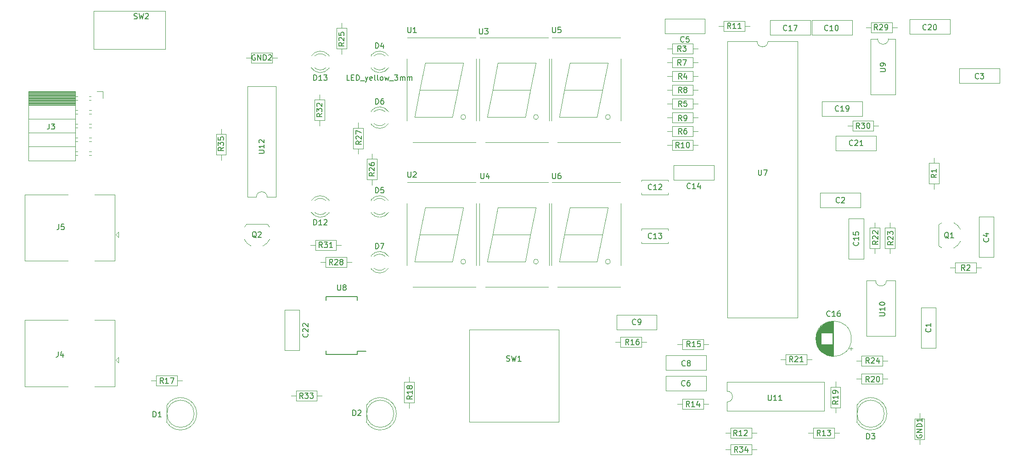
<source format=gbr>
%TF.GenerationSoftware,KiCad,Pcbnew,(5.1.9)-1*%
%TF.CreationDate,2021-03-04T22:01:39+01:00*%
%TF.ProjectId,Solaranlage,536f6c61-7261-46e6-9c61-67652e6b6963,rev?*%
%TF.SameCoordinates,Original*%
%TF.FileFunction,Legend,Top*%
%TF.FilePolarity,Positive*%
%FSLAX46Y46*%
G04 Gerber Fmt 4.6, Leading zero omitted, Abs format (unit mm)*
G04 Created by KiCad (PCBNEW (5.1.9)-1) date 2021-03-04 22:01:39*
%MOMM*%
%LPD*%
G01*
G04 APERTURE LIST*
%ADD10C,0.120000*%
%ADD11C,0.150000*%
G04 APERTURE END LIST*
D10*
%TO.C,C20*%
X219326000Y-57685000D02*
X219326000Y-60425000D01*
X211886000Y-57685000D02*
X211886000Y-60425000D01*
X211886000Y-60425000D02*
X219326000Y-60425000D01*
X211886000Y-57685000D02*
X219326000Y-57685000D01*
%TO.C,C15*%
X203427000Y-101851000D02*
X200687000Y-101851000D01*
X203427000Y-94411000D02*
X200687000Y-94411000D01*
X200687000Y-94411000D02*
X200687000Y-101851000D01*
X203427000Y-94411000D02*
X203427000Y-101851000D01*
%TO.C,C9*%
X157864000Y-114908000D02*
X157864000Y-112168000D01*
X165304000Y-114908000D02*
X165304000Y-112168000D01*
X165304000Y-112168000D02*
X157864000Y-112168000D01*
X165304000Y-114908000D02*
X157864000Y-114908000D01*
%TO.C,C8*%
X174368000Y-119630000D02*
X174368000Y-122370000D01*
X166928000Y-119630000D02*
X166928000Y-122370000D01*
X166928000Y-122370000D02*
X174368000Y-122370000D01*
X166928000Y-119630000D02*
X174368000Y-119630000D01*
%TO.C,C6*%
X174368000Y-123440000D02*
X174368000Y-126180000D01*
X166928000Y-123440000D02*
X166928000Y-126180000D01*
X166928000Y-126180000D02*
X174368000Y-126180000D01*
X166928000Y-123440000D02*
X174368000Y-123440000D01*
%TO.C,C5*%
X166754000Y-60298000D02*
X166754000Y-57558000D01*
X174194000Y-60298000D02*
X174194000Y-57558000D01*
X174194000Y-57558000D02*
X166754000Y-57558000D01*
X174194000Y-60298000D02*
X166754000Y-60298000D01*
%TO.C,C1*%
X214022000Y-110874000D02*
X216762000Y-110874000D01*
X214022000Y-118314000D02*
X216762000Y-118314000D01*
X216762000Y-118314000D02*
X216762000Y-110874000D01*
X214022000Y-118314000D02*
X214022000Y-110874000D01*
%TO.C,C22*%
X99414000Y-111302000D02*
X99414000Y-118742000D01*
X96674000Y-111302000D02*
X96674000Y-118742000D01*
X99414000Y-111302000D02*
X96674000Y-111302000D01*
X99414000Y-118742000D02*
X96674000Y-118742000D01*
%TO.C,C21*%
X198297000Y-79148000D02*
X205737000Y-79148000D01*
X198297000Y-81888000D02*
X205737000Y-81888000D01*
X198297000Y-79148000D02*
X198297000Y-81888000D01*
X205737000Y-79148000D02*
X205737000Y-81888000D01*
%TO.C,C19*%
X195757000Y-72798000D02*
X203197000Y-72798000D01*
X195757000Y-75538000D02*
X203197000Y-75538000D01*
X195757000Y-72798000D02*
X195757000Y-75538000D01*
X203197000Y-72798000D02*
X203197000Y-75538000D01*
%TO.C,C17*%
X193625000Y-60552000D02*
X186185000Y-60552000D01*
X193625000Y-57812000D02*
X186185000Y-57812000D01*
X193625000Y-60552000D02*
X193625000Y-57812000D01*
X186185000Y-60552000D02*
X186185000Y-57812000D01*
%TO.C,C14*%
X175845000Y-87318000D02*
X168405000Y-87318000D01*
X175845000Y-84578000D02*
X168405000Y-84578000D01*
X175845000Y-87318000D02*
X175845000Y-84578000D01*
X168405000Y-87318000D02*
X168405000Y-84578000D01*
%TO.C,C10*%
X193852000Y-57812000D02*
X201292000Y-57812000D01*
X193852000Y-60552000D02*
X201292000Y-60552000D01*
X193852000Y-57812000D02*
X193852000Y-60552000D01*
X201292000Y-57812000D02*
X201292000Y-60552000D01*
%TO.C,C4*%
X224690000Y-101550000D02*
X224690000Y-94110000D01*
X227430000Y-101550000D02*
X227430000Y-94110000D01*
X224690000Y-101550000D02*
X227430000Y-101550000D01*
X224690000Y-94110000D02*
X227430000Y-94110000D01*
%TO.C,C3*%
X221030000Y-66702000D02*
X228470000Y-66702000D01*
X221030000Y-69442000D02*
X228470000Y-69442000D01*
X221030000Y-66702000D02*
X221030000Y-69442000D01*
X228470000Y-66702000D02*
X228470000Y-69442000D01*
%TO.C,C2*%
X195376000Y-89689000D02*
X202816000Y-89689000D01*
X195376000Y-92429000D02*
X202816000Y-92429000D01*
X195376000Y-89689000D02*
X195376000Y-92429000D01*
X202816000Y-89689000D02*
X202816000Y-92429000D01*
%TO.C,Q1*%
X217248000Y-95596000D02*
X217248000Y-99446000D01*
X217835736Y-99838383D02*
G75*
G02*
X217248000Y-99446000I1112264J2302383D01*
G01*
X220037513Y-99872463D02*
G75*
G03*
X221298000Y-98596000I-1089513J2336463D01*
G01*
X220042786Y-95188225D02*
G75*
G02*
X221298000Y-96446000I-1094786J-2347775D01*
G01*
X217825955Y-95213369D02*
G75*
G03*
X217248000Y-95596000I1122045J-2322631D01*
G01*
%TO.C,Q2*%
X93507000Y-95455000D02*
X89657000Y-95455000D01*
X89264617Y-96042736D02*
G75*
G02*
X89657000Y-95455000I2302383J-1112264D01*
G01*
X89230537Y-98244513D02*
G75*
G03*
X90507000Y-99505000I2336463J1089513D01*
G01*
X93914775Y-98249786D02*
G75*
G02*
X92657000Y-99505000I-2347775J1094786D01*
G01*
X93889631Y-96032955D02*
G75*
G03*
X93507000Y-95455000I-2322631J-1122045D01*
G01*
%TO.C,GND2*%
X90536000Y-63850000D02*
X90536000Y-65690000D01*
X90536000Y-65690000D02*
X94376000Y-65690000D01*
X94376000Y-65690000D02*
X94376000Y-63850000D01*
X94376000Y-63850000D02*
X90536000Y-63850000D01*
X89586000Y-64770000D02*
X90536000Y-64770000D01*
X95326000Y-64770000D02*
X94376000Y-64770000D01*
%TO.C,GND1*%
X214661000Y-131303000D02*
X212821000Y-131303000D01*
X212821000Y-131303000D02*
X212821000Y-135143000D01*
X212821000Y-135143000D02*
X214661000Y-135143000D01*
X214661000Y-135143000D02*
X214661000Y-131303000D01*
X213741000Y-130353000D02*
X213741000Y-131303000D01*
X213741000Y-136093000D02*
X213741000Y-135143000D01*
%TO.C,R32*%
X104044000Y-72502000D02*
X102204000Y-72502000D01*
X102204000Y-72502000D02*
X102204000Y-76342000D01*
X102204000Y-76342000D02*
X104044000Y-76342000D01*
X104044000Y-76342000D02*
X104044000Y-72502000D01*
X103124000Y-71552000D02*
X103124000Y-72502000D01*
X103124000Y-77292000D02*
X103124000Y-76342000D01*
%TO.C,R31*%
X106187000Y-100234000D02*
X106187000Y-98394000D01*
X106187000Y-98394000D02*
X102347000Y-98394000D01*
X102347000Y-98394000D02*
X102347000Y-100234000D01*
X102347000Y-100234000D02*
X106187000Y-100234000D01*
X107137000Y-99314000D02*
X106187000Y-99314000D01*
X101397000Y-99314000D02*
X102347000Y-99314000D01*
%TO.C,R28*%
X108092000Y-103409000D02*
X108092000Y-101569000D01*
X108092000Y-101569000D02*
X104252000Y-101569000D01*
X104252000Y-101569000D02*
X104252000Y-103409000D01*
X104252000Y-103409000D02*
X108092000Y-103409000D01*
X109042000Y-102489000D02*
X108092000Y-102489000D01*
X103302000Y-102489000D02*
X104252000Y-102489000D01*
%TO.C,R27*%
X111156000Y-77709000D02*
X109316000Y-77709000D01*
X109316000Y-77709000D02*
X109316000Y-81549000D01*
X109316000Y-81549000D02*
X111156000Y-81549000D01*
X111156000Y-81549000D02*
X111156000Y-77709000D01*
X110236000Y-76759000D02*
X110236000Y-77709000D01*
X110236000Y-82499000D02*
X110236000Y-81549000D01*
%TO.C,R26*%
X111856000Y-87264000D02*
X113696000Y-87264000D01*
X113696000Y-87264000D02*
X113696000Y-83424000D01*
X113696000Y-83424000D02*
X111856000Y-83424000D01*
X111856000Y-83424000D02*
X111856000Y-87264000D01*
X112776000Y-88214000D02*
X112776000Y-87264000D01*
X112776000Y-82474000D02*
X112776000Y-83424000D01*
%TO.C,D13*%
X104811000Y-66768000D02*
X104811000Y-66612000D01*
X104811000Y-64452000D02*
X104811000Y-64296000D01*
X102209870Y-64452163D02*
G75*
G02*
X104291961Y-64452000I1041130J-1079837D01*
G01*
X102209870Y-66611837D02*
G75*
G03*
X104291961Y-66612000I1041130J1079837D01*
G01*
X101578665Y-64453392D02*
G75*
G02*
X104811000Y-64296484I1672335J-1078608D01*
G01*
X101578665Y-66610608D02*
G75*
G03*
X104811000Y-66767516I1672335J1078608D01*
G01*
%TO.C,D12*%
X104811000Y-93438000D02*
X104811000Y-93282000D01*
X104811000Y-91122000D02*
X104811000Y-90966000D01*
X102209870Y-91122163D02*
G75*
G02*
X104291961Y-91122000I1041130J-1079837D01*
G01*
X102209870Y-93281837D02*
G75*
G03*
X104291961Y-93282000I1041130J1079837D01*
G01*
X101578665Y-91123392D02*
G75*
G02*
X104811000Y-90966484I1672335J-1078608D01*
G01*
X101578665Y-93280608D02*
G75*
G03*
X104811000Y-93437516I1672335J1078608D01*
G01*
%TO.C,D7*%
X112613000Y-101253000D02*
X112613000Y-101409000D01*
X112613000Y-103569000D02*
X112613000Y-103725000D01*
X115214130Y-103568837D02*
G75*
G02*
X113132039Y-103569000I-1041130J1079837D01*
G01*
X115214130Y-101409163D02*
G75*
G03*
X113132039Y-101409000I-1041130J-1079837D01*
G01*
X115845335Y-103567608D02*
G75*
G02*
X112613000Y-103724516I-1672335J1078608D01*
G01*
X115845335Y-101410392D02*
G75*
G03*
X112613000Y-101253484I-1672335J-1078608D01*
G01*
%TO.C,D6*%
X112613000Y-74583000D02*
X112613000Y-74739000D01*
X112613000Y-76899000D02*
X112613000Y-77055000D01*
X115214130Y-76898837D02*
G75*
G02*
X113132039Y-76899000I-1041130J1079837D01*
G01*
X115214130Y-74739163D02*
G75*
G03*
X113132039Y-74739000I-1041130J-1079837D01*
G01*
X115845335Y-76897608D02*
G75*
G02*
X112613000Y-77054516I-1672335J1078608D01*
G01*
X115845335Y-74740392D02*
G75*
G03*
X112613000Y-74583484I-1672335J-1078608D01*
G01*
%TO.C,D5*%
X112613000Y-90966000D02*
X112613000Y-91122000D01*
X112613000Y-93282000D02*
X112613000Y-93438000D01*
X115214130Y-93281837D02*
G75*
G02*
X113132039Y-93282000I-1041130J1079837D01*
G01*
X115214130Y-91122163D02*
G75*
G03*
X113132039Y-91122000I-1041130J-1079837D01*
G01*
X115845335Y-93280608D02*
G75*
G02*
X112613000Y-93437516I-1672335J1078608D01*
G01*
X115845335Y-91123392D02*
G75*
G03*
X112613000Y-90966484I-1672335J-1078608D01*
G01*
%TO.C,R35*%
X84043000Y-82692000D02*
X85883000Y-82692000D01*
X85883000Y-82692000D02*
X85883000Y-78852000D01*
X85883000Y-78852000D02*
X84043000Y-78852000D01*
X84043000Y-78852000D02*
X84043000Y-82692000D01*
X84963000Y-83642000D02*
X84963000Y-82692000D01*
X84963000Y-77902000D02*
X84963000Y-78852000D01*
%TO.C,U11*%
X178248000Y-128254000D02*
X178248000Y-129904000D01*
X178248000Y-129904000D02*
X196148000Y-129904000D01*
X196148000Y-129904000D02*
X196148000Y-124604000D01*
X196148000Y-124604000D02*
X178248000Y-124604000D01*
X178248000Y-124604000D02*
X178248000Y-126254000D01*
X178248000Y-126254000D02*
G75*
G02*
X178248000Y-128254000I0J-1000000D01*
G01*
%TO.C,R34*%
X182768000Y-137953000D02*
X182768000Y-136113000D01*
X182768000Y-136113000D02*
X178928000Y-136113000D01*
X178928000Y-136113000D02*
X178928000Y-137953000D01*
X178928000Y-137953000D02*
X182768000Y-137953000D01*
X183718000Y-137033000D02*
X182768000Y-137033000D01*
X177978000Y-137033000D02*
X178928000Y-137033000D01*
%TO.C,R33*%
X98791000Y-126207000D02*
X98791000Y-128047000D01*
X98791000Y-128047000D02*
X102631000Y-128047000D01*
X102631000Y-128047000D02*
X102631000Y-126207000D01*
X102631000Y-126207000D02*
X98791000Y-126207000D01*
X97841000Y-127127000D02*
X98791000Y-127127000D01*
X103581000Y-127127000D02*
X102631000Y-127127000D01*
%TO.C,J4*%
X66068000Y-120023000D02*
X65568000Y-120523000D01*
X66068000Y-121023000D02*
X66068000Y-120023000D01*
X65568000Y-120523000D02*
X66068000Y-121023000D01*
X48748000Y-113163000D02*
X56718000Y-113163000D01*
X48748000Y-125383000D02*
X56718000Y-125383000D01*
X48748000Y-113163000D02*
X48748000Y-125383000D01*
X65368000Y-125383000D02*
X61618000Y-125383000D01*
X65368000Y-113163000D02*
X61618000Y-113163000D01*
X65368000Y-113163000D02*
X65368000Y-125383000D01*
%TO.C,U12*%
X93456000Y-90484000D02*
X95106000Y-90484000D01*
X95106000Y-90484000D02*
X95106000Y-70044000D01*
X95106000Y-70044000D02*
X89806000Y-70044000D01*
X89806000Y-70044000D02*
X89806000Y-90484000D01*
X89806000Y-90484000D02*
X91456000Y-90484000D01*
X91456000Y-90484000D02*
G75*
G02*
X93456000Y-90484000I1000000J0D01*
G01*
%TO.C,R21*%
X189088000Y-119476000D02*
X189088000Y-121316000D01*
X189088000Y-121316000D02*
X192928000Y-121316000D01*
X192928000Y-121316000D02*
X192928000Y-119476000D01*
X192928000Y-119476000D02*
X189088000Y-119476000D01*
X188138000Y-120396000D02*
X189088000Y-120396000D01*
X193878000Y-120396000D02*
X192928000Y-120396000D01*
%TO.C,R19*%
X199167000Y-125461000D02*
X197327000Y-125461000D01*
X197327000Y-125461000D02*
X197327000Y-129301000D01*
X197327000Y-129301000D02*
X199167000Y-129301000D01*
X199167000Y-129301000D02*
X199167000Y-125461000D01*
X198247000Y-124511000D02*
X198247000Y-125461000D01*
X198247000Y-130251000D02*
X198247000Y-129301000D01*
%TO.C,R13*%
X194168000Y-133065000D02*
X194168000Y-134905000D01*
X194168000Y-134905000D02*
X198008000Y-134905000D01*
X198008000Y-134905000D02*
X198008000Y-133065000D01*
X198008000Y-133065000D02*
X194168000Y-133065000D01*
X193218000Y-133985000D02*
X194168000Y-133985000D01*
X198958000Y-133985000D02*
X198008000Y-133985000D01*
%TO.C,R12*%
X182768000Y-134905000D02*
X182768000Y-133065000D01*
X182768000Y-133065000D02*
X178928000Y-133065000D01*
X178928000Y-133065000D02*
X178928000Y-134905000D01*
X178928000Y-134905000D02*
X182768000Y-134905000D01*
X183718000Y-133985000D02*
X182768000Y-133985000D01*
X177978000Y-133985000D02*
X178928000Y-133985000D01*
%TO.C,J3*%
X62078000Y-70933000D02*
X63188000Y-70933000D01*
X63188000Y-70933000D02*
X63188000Y-72263000D01*
X49448000Y-70933000D02*
X49448000Y-83753000D01*
X49448000Y-83753000D02*
X58078000Y-83753000D01*
X58078000Y-70933000D02*
X58078000Y-83753000D01*
X49448000Y-70933000D02*
X58078000Y-70933000D01*
X49448000Y-81153000D02*
X58078000Y-81153000D01*
X49448000Y-78613000D02*
X58078000Y-78613000D01*
X49448000Y-76073000D02*
X58078000Y-76073000D01*
X49448000Y-73533000D02*
X58078000Y-73533000D01*
X60588000Y-82783000D02*
X61028000Y-82783000D01*
X58078000Y-82783000D02*
X58488000Y-82783000D01*
X60588000Y-82063000D02*
X61028000Y-82063000D01*
X58078000Y-82063000D02*
X58488000Y-82063000D01*
X60588000Y-80243000D02*
X61028000Y-80243000D01*
X58078000Y-80243000D02*
X58488000Y-80243000D01*
X60588000Y-79523000D02*
X61028000Y-79523000D01*
X58078000Y-79523000D02*
X58488000Y-79523000D01*
X60588000Y-77703000D02*
X61028000Y-77703000D01*
X58078000Y-77703000D02*
X58488000Y-77703000D01*
X60588000Y-76983000D02*
X61028000Y-76983000D01*
X58078000Y-76983000D02*
X58488000Y-76983000D01*
X60588000Y-75163000D02*
X61028000Y-75163000D01*
X58078000Y-75163000D02*
X58488000Y-75163000D01*
X60588000Y-74443000D02*
X61028000Y-74443000D01*
X58078000Y-74443000D02*
X58488000Y-74443000D01*
X60588000Y-72623000D02*
X60968000Y-72623000D01*
X58078000Y-72623000D02*
X58488000Y-72623000D01*
X60588000Y-71903000D02*
X60968000Y-71903000D01*
X58078000Y-71903000D02*
X58488000Y-71903000D01*
X49448000Y-73414900D02*
X58078000Y-73414900D01*
X49448000Y-73296805D02*
X58078000Y-73296805D01*
X49448000Y-73178710D02*
X58078000Y-73178710D01*
X49448000Y-73060615D02*
X58078000Y-73060615D01*
X49448000Y-72942520D02*
X58078000Y-72942520D01*
X49448000Y-72824425D02*
X58078000Y-72824425D01*
X49448000Y-72706330D02*
X58078000Y-72706330D01*
X49448000Y-72588235D02*
X58078000Y-72588235D01*
X49448000Y-72470140D02*
X58078000Y-72470140D01*
X49448000Y-72352045D02*
X58078000Y-72352045D01*
X49448000Y-72233950D02*
X58078000Y-72233950D01*
X49448000Y-72115855D02*
X58078000Y-72115855D01*
X49448000Y-71997760D02*
X58078000Y-71997760D01*
X49448000Y-71879665D02*
X58078000Y-71879665D01*
X49448000Y-71761570D02*
X58078000Y-71761570D01*
X49448000Y-71643475D02*
X58078000Y-71643475D01*
X49448000Y-71525380D02*
X58078000Y-71525380D01*
X49448000Y-71407285D02*
X58078000Y-71407285D01*
X49448000Y-71289190D02*
X58078000Y-71289190D01*
X49448000Y-71171095D02*
X58078000Y-71171095D01*
X49448000Y-71053000D02*
X58078000Y-71053000D01*
%TO.C,R1*%
X216408000Y-83236000D02*
X216408000Y-84186000D01*
X216408000Y-88976000D02*
X216408000Y-88026000D01*
X215488000Y-84186000D02*
X215488000Y-88026000D01*
X217328000Y-84186000D02*
X215488000Y-84186000D01*
X217328000Y-88026000D02*
X217328000Y-84186000D01*
X215488000Y-88026000D02*
X217328000Y-88026000D01*
%TO.C,R2*%
X225120000Y-103505000D02*
X224170000Y-103505000D01*
X219380000Y-103505000D02*
X220330000Y-103505000D01*
X224170000Y-102585000D02*
X220330000Y-102585000D01*
X224170000Y-104425000D02*
X224170000Y-102585000D01*
X220330000Y-104425000D02*
X224170000Y-104425000D01*
X220330000Y-102585000D02*
X220330000Y-104425000D01*
%TO.C,R3*%
X167183000Y-63088000D02*
X168133000Y-63088000D01*
X172923000Y-63088000D02*
X171973000Y-63088000D01*
X168133000Y-64008000D02*
X171973000Y-64008000D01*
X168133000Y-62168000D02*
X168133000Y-64008000D01*
X171973000Y-62168000D02*
X168133000Y-62168000D01*
X171973000Y-64008000D02*
X171973000Y-62168000D01*
%TO.C,R4*%
X167183000Y-68168000D02*
X168133000Y-68168000D01*
X172923000Y-68168000D02*
X171973000Y-68168000D01*
X168133000Y-69088000D02*
X171973000Y-69088000D01*
X168133000Y-67248000D02*
X168133000Y-69088000D01*
X171973000Y-67248000D02*
X168133000Y-67248000D01*
X171973000Y-69088000D02*
X171973000Y-67248000D01*
%TO.C,R5*%
X167183000Y-73248000D02*
X168133000Y-73248000D01*
X172923000Y-73248000D02*
X171973000Y-73248000D01*
X168133000Y-74168000D02*
X171973000Y-74168000D01*
X168133000Y-72328000D02*
X168133000Y-74168000D01*
X171973000Y-72328000D02*
X168133000Y-72328000D01*
X171973000Y-74168000D02*
X171973000Y-72328000D01*
%TO.C,R6*%
X167183000Y-78328000D02*
X168133000Y-78328000D01*
X172923000Y-78328000D02*
X171973000Y-78328000D01*
X168133000Y-79248000D02*
X171973000Y-79248000D01*
X168133000Y-77408000D02*
X168133000Y-79248000D01*
X171973000Y-77408000D02*
X168133000Y-77408000D01*
X171973000Y-79248000D02*
X171973000Y-77408000D01*
%TO.C,R7*%
X167183000Y-65628000D02*
X168133000Y-65628000D01*
X172923000Y-65628000D02*
X171973000Y-65628000D01*
X168133000Y-66548000D02*
X171973000Y-66548000D01*
X168133000Y-64708000D02*
X168133000Y-66548000D01*
X171973000Y-64708000D02*
X168133000Y-64708000D01*
X171973000Y-66548000D02*
X171973000Y-64708000D01*
%TO.C,R8*%
X167183000Y-70708000D02*
X168133000Y-70708000D01*
X172923000Y-70708000D02*
X171973000Y-70708000D01*
X168133000Y-71628000D02*
X171973000Y-71628000D01*
X168133000Y-69788000D02*
X168133000Y-71628000D01*
X171973000Y-69788000D02*
X168133000Y-69788000D01*
X171973000Y-71628000D02*
X171973000Y-69788000D01*
%TO.C,R9*%
X167183000Y-75788000D02*
X168133000Y-75788000D01*
X172923000Y-75788000D02*
X171973000Y-75788000D01*
X168133000Y-76708000D02*
X171973000Y-76708000D01*
X168133000Y-74868000D02*
X168133000Y-76708000D01*
X171973000Y-74868000D02*
X168133000Y-74868000D01*
X171973000Y-76708000D02*
X171973000Y-74868000D01*
%TO.C,R10*%
X167183000Y-80868000D02*
X168133000Y-80868000D01*
X172923000Y-80868000D02*
X171973000Y-80868000D01*
X168133000Y-81788000D02*
X171973000Y-81788000D01*
X168133000Y-79948000D02*
X168133000Y-81788000D01*
X171973000Y-79948000D02*
X168133000Y-79948000D01*
X171973000Y-81788000D02*
X171973000Y-79948000D01*
%TO.C,R11*%
X182448000Y-58928000D02*
X181498000Y-58928000D01*
X176708000Y-58928000D02*
X177658000Y-58928000D01*
X181498000Y-58008000D02*
X177658000Y-58008000D01*
X181498000Y-59848000D02*
X181498000Y-58008000D01*
X177658000Y-59848000D02*
X181498000Y-59848000D01*
X177658000Y-58008000D02*
X177658000Y-59848000D01*
%TO.C,R14*%
X169088000Y-128620000D02*
X170038000Y-128620000D01*
X174828000Y-128620000D02*
X173878000Y-128620000D01*
X170038000Y-129540000D02*
X173878000Y-129540000D01*
X170038000Y-127700000D02*
X170038000Y-129540000D01*
X173878000Y-127700000D02*
X170038000Y-127700000D01*
X173878000Y-129540000D02*
X173878000Y-127700000D01*
%TO.C,R15*%
X169088000Y-117602000D02*
X170038000Y-117602000D01*
X174828000Y-117602000D02*
X173878000Y-117602000D01*
X170038000Y-118522000D02*
X173878000Y-118522000D01*
X170038000Y-116682000D02*
X170038000Y-118522000D01*
X173878000Y-116682000D02*
X170038000Y-116682000D01*
X173878000Y-118522000D02*
X173878000Y-116682000D01*
%TO.C,U1*%
X119193000Y-76423000D02*
X119193000Y-64993000D01*
X132013000Y-76423000D02*
X132013000Y-64993000D01*
X120303000Y-80343000D02*
X131903000Y-80343000D01*
X131903000Y-61073000D02*
X119303000Y-61073000D01*
X122603000Y-65708000D02*
X121603000Y-70708000D01*
X121603000Y-70708000D02*
X120603000Y-75708000D01*
X120603000Y-75708000D02*
X127603000Y-75708000D01*
X127603000Y-75708000D02*
X128603000Y-70708000D01*
X129603000Y-65708000D02*
X128603000Y-70708000D01*
X128603000Y-70708000D02*
X121603000Y-70708000D01*
X122603000Y-65708000D02*
X129603000Y-65708000D01*
X130050214Y-75708000D02*
G75*
G03*
X130050214Y-75708000I-447214J0D01*
G01*
%TO.C,U2*%
X119193000Y-103093000D02*
X119193000Y-91663000D01*
X132013000Y-103093000D02*
X132013000Y-91663000D01*
X120303000Y-107013000D02*
X131903000Y-107013000D01*
X131903000Y-87743000D02*
X119303000Y-87743000D01*
X122603000Y-92378000D02*
X121603000Y-97378000D01*
X121603000Y-97378000D02*
X120603000Y-102378000D01*
X120603000Y-102378000D02*
X127603000Y-102378000D01*
X127603000Y-102378000D02*
X128603000Y-97378000D01*
X129603000Y-92378000D02*
X128603000Y-97378000D01*
X128603000Y-97378000D02*
X121603000Y-97378000D01*
X122603000Y-92378000D02*
X129603000Y-92378000D01*
X130050214Y-102378000D02*
G75*
G03*
X130050214Y-102378000I-447214J0D01*
G01*
%TO.C,U3*%
X132598000Y-76423000D02*
X132598000Y-64993000D01*
X145418000Y-76423000D02*
X145418000Y-64993000D01*
X133708000Y-80343000D02*
X145308000Y-80343000D01*
X145308000Y-61073000D02*
X132708000Y-61073000D01*
X136008000Y-65708000D02*
X135008000Y-70708000D01*
X135008000Y-70708000D02*
X134008000Y-75708000D01*
X134008000Y-75708000D02*
X141008000Y-75708000D01*
X141008000Y-75708000D02*
X142008000Y-70708000D01*
X143008000Y-65708000D02*
X142008000Y-70708000D01*
X142008000Y-70708000D02*
X135008000Y-70708000D01*
X136008000Y-65708000D02*
X143008000Y-65708000D01*
X143455214Y-75708000D02*
G75*
G03*
X143455214Y-75708000I-447214J0D01*
G01*
%TO.C,U4*%
X132598000Y-103093000D02*
X132598000Y-91663000D01*
X145418000Y-103093000D02*
X145418000Y-91663000D01*
X133708000Y-107013000D02*
X145308000Y-107013000D01*
X145308000Y-87743000D02*
X132708000Y-87743000D01*
X136008000Y-92378000D02*
X135008000Y-97378000D01*
X135008000Y-97378000D02*
X134008000Y-102378000D01*
X134008000Y-102378000D02*
X141008000Y-102378000D01*
X141008000Y-102378000D02*
X142008000Y-97378000D01*
X143008000Y-92378000D02*
X142008000Y-97378000D01*
X142008000Y-97378000D02*
X135008000Y-97378000D01*
X136008000Y-92378000D02*
X143008000Y-92378000D01*
X143455214Y-102378000D02*
G75*
G03*
X143455214Y-102378000I-447214J0D01*
G01*
%TO.C,U5*%
X145863000Y-76423000D02*
X145863000Y-64993000D01*
X158683000Y-76423000D02*
X158683000Y-64993000D01*
X146973000Y-80343000D02*
X158573000Y-80343000D01*
X158573000Y-61073000D02*
X145973000Y-61073000D01*
X149273000Y-65708000D02*
X148273000Y-70708000D01*
X148273000Y-70708000D02*
X147273000Y-75708000D01*
X147273000Y-75708000D02*
X154273000Y-75708000D01*
X154273000Y-75708000D02*
X155273000Y-70708000D01*
X156273000Y-65708000D02*
X155273000Y-70708000D01*
X155273000Y-70708000D02*
X148273000Y-70708000D01*
X149273000Y-65708000D02*
X156273000Y-65708000D01*
X156720214Y-75708000D02*
G75*
G03*
X156720214Y-75708000I-447214J0D01*
G01*
%TO.C,U6*%
X145863000Y-103093000D02*
X145863000Y-91663000D01*
X158683000Y-103093000D02*
X158683000Y-91663000D01*
X146973000Y-107013000D02*
X158573000Y-107013000D01*
X158573000Y-87743000D02*
X145973000Y-87743000D01*
X149273000Y-92378000D02*
X148273000Y-97378000D01*
X148273000Y-97378000D02*
X147273000Y-102378000D01*
X147273000Y-102378000D02*
X154273000Y-102378000D01*
X154273000Y-102378000D02*
X155273000Y-97378000D01*
X156273000Y-92378000D02*
X155273000Y-97378000D01*
X155273000Y-97378000D02*
X148273000Y-97378000D01*
X149273000Y-92378000D02*
X156273000Y-92378000D01*
X156720214Y-102378000D02*
G75*
G03*
X156720214Y-102378000I-447214J0D01*
G01*
%TO.C,R16*%
X157658000Y-117190000D02*
X158608000Y-117190000D01*
X163398000Y-117190000D02*
X162448000Y-117190000D01*
X158608000Y-118110000D02*
X162448000Y-118110000D01*
X158608000Y-116270000D02*
X158608000Y-118110000D01*
X162448000Y-116270000D02*
X158608000Y-116270000D01*
X162448000Y-118110000D02*
X162448000Y-116270000D01*
%TO.C,D2*%
X111740000Y-128884000D02*
X111740000Y-131974000D01*
X116800000Y-130429000D02*
G75*
G03*
X116800000Y-130429000I-2500000J0D01*
G01*
X117290000Y-130428538D02*
G75*
G02*
X111740000Y-131973830I-2990000J-462D01*
G01*
X117290000Y-130429462D02*
G75*
G03*
X111740000Y-128884170I-2990000J462D01*
G01*
%TO.C,R18*%
X119634000Y-129362000D02*
X119634000Y-128412000D01*
X119634000Y-123622000D02*
X119634000Y-124572000D01*
X120554000Y-128412000D02*
X120554000Y-124572000D01*
X118714000Y-128412000D02*
X120554000Y-128412000D01*
X118714000Y-124572000D02*
X118714000Y-128412000D01*
X120554000Y-124572000D02*
X118714000Y-124572000D01*
%TO.C,D1*%
X74920000Y-128884000D02*
X74920000Y-131974000D01*
X79980000Y-130429000D02*
G75*
G03*
X79980000Y-130429000I-2500000J0D01*
G01*
X80470000Y-130428538D02*
G75*
G02*
X74920000Y-131973830I-2990000J-462D01*
G01*
X80470000Y-130429462D02*
G75*
G03*
X74920000Y-128884170I-2990000J462D01*
G01*
%TO.C,R17*%
X77810000Y-124333000D02*
X76860000Y-124333000D01*
X72070000Y-124333000D02*
X73020000Y-124333000D01*
X76860000Y-123413000D02*
X73020000Y-123413000D01*
X76860000Y-125253000D02*
X76860000Y-123413000D01*
X73020000Y-125253000D02*
X76860000Y-125253000D01*
X73020000Y-123413000D02*
X73020000Y-125253000D01*
D11*
%TO.C,U8*%
X110063000Y-119498000D02*
X110063000Y-118923000D01*
X104313000Y-119498000D02*
X104313000Y-118848000D01*
X104313000Y-108848000D02*
X104313000Y-109498000D01*
X110063000Y-108848000D02*
X110063000Y-109498000D01*
X110063000Y-119498000D02*
X104313000Y-119498000D01*
X110063000Y-108848000D02*
X104313000Y-108848000D01*
X110063000Y-118923000D02*
X111663000Y-118923000D01*
D10*
%TO.C,J5*%
X66068000Y-96878000D02*
X65568000Y-97378000D01*
X66068000Y-97878000D02*
X66068000Y-96878000D01*
X65568000Y-97378000D02*
X66068000Y-97878000D01*
X48748000Y-90018000D02*
X56718000Y-90018000D01*
X48748000Y-102238000D02*
X56718000Y-102238000D01*
X48748000Y-90018000D02*
X48748000Y-102238000D01*
X65368000Y-102238000D02*
X61618000Y-102238000D01*
X65368000Y-90018000D02*
X61618000Y-90018000D01*
X65368000Y-90018000D02*
X65368000Y-102238000D01*
%TO.C,D3*%
X202164000Y-128884000D02*
X202164000Y-131974000D01*
X207224000Y-130429000D02*
G75*
G03*
X207224000Y-130429000I-2500000J0D01*
G01*
X207714000Y-130428538D02*
G75*
G02*
X202164000Y-131973830I-2990000J-462D01*
G01*
X207714000Y-130429462D02*
G75*
G03*
X202164000Y-128884170I-2990000J462D01*
G01*
%TO.C,R20*%
X207848000Y-123952000D02*
X206898000Y-123952000D01*
X202108000Y-123952000D02*
X203058000Y-123952000D01*
X206898000Y-123032000D02*
X203058000Y-123032000D01*
X206898000Y-124872000D02*
X206898000Y-123032000D01*
X203058000Y-124872000D02*
X206898000Y-124872000D01*
X203058000Y-123032000D02*
X203058000Y-124872000D01*
%TO.C,C12*%
X167403000Y-89701000D02*
X167403000Y-90016000D01*
X167403000Y-87276000D02*
X167403000Y-87591000D01*
X162463000Y-89701000D02*
X162463000Y-90016000D01*
X162463000Y-87276000D02*
X162463000Y-87591000D01*
X162463000Y-90016000D02*
X167403000Y-90016000D01*
X162463000Y-87276000D02*
X167403000Y-87276000D01*
%TO.C,C13*%
X162463000Y-96608000D02*
X162463000Y-96293000D01*
X162463000Y-99033000D02*
X162463000Y-98718000D01*
X167403000Y-96608000D02*
X167403000Y-96293000D01*
X167403000Y-99033000D02*
X167403000Y-98718000D01*
X167403000Y-96293000D02*
X162463000Y-96293000D01*
X167403000Y-99033000D02*
X162463000Y-99033000D01*
%TO.C,R22*%
X204566000Y-99944000D02*
X206406000Y-99944000D01*
X206406000Y-99944000D02*
X206406000Y-96104000D01*
X206406000Y-96104000D02*
X204566000Y-96104000D01*
X204566000Y-96104000D02*
X204566000Y-99944000D01*
X205486000Y-100894000D02*
X205486000Y-99944000D01*
X205486000Y-95154000D02*
X205486000Y-96104000D01*
%TO.C,R23*%
X207360000Y-99944000D02*
X209200000Y-99944000D01*
X209200000Y-99944000D02*
X209200000Y-96104000D01*
X209200000Y-96104000D02*
X207360000Y-96104000D01*
X207360000Y-96104000D02*
X207360000Y-99944000D01*
X208280000Y-100894000D02*
X208280000Y-99944000D01*
X208280000Y-95154000D02*
X208280000Y-96104000D01*
%TO.C,C16*%
X201071241Y-118740000D02*
X201071241Y-118110000D01*
X201386241Y-118425000D02*
X200756241Y-118425000D01*
X194645000Y-116988000D02*
X194645000Y-116184000D01*
X194685000Y-117219000D02*
X194685000Y-115953000D01*
X194725000Y-117388000D02*
X194725000Y-115784000D01*
X194765000Y-117526000D02*
X194765000Y-115646000D01*
X194805000Y-117645000D02*
X194805000Y-115527000D01*
X194845000Y-117751000D02*
X194845000Y-115421000D01*
X194885000Y-117848000D02*
X194885000Y-115324000D01*
X194925000Y-117936000D02*
X194925000Y-115236000D01*
X194965000Y-118018000D02*
X194965000Y-115154000D01*
X195005000Y-118095000D02*
X195005000Y-115077000D01*
X195045000Y-118167000D02*
X195045000Y-115005000D01*
X195085000Y-118236000D02*
X195085000Y-114936000D01*
X195125000Y-118300000D02*
X195125000Y-114872000D01*
X195165000Y-118362000D02*
X195165000Y-114810000D01*
X195205000Y-118420000D02*
X195205000Y-114752000D01*
X195245000Y-118476000D02*
X195245000Y-114696000D01*
X195285000Y-118530000D02*
X195285000Y-114642000D01*
X195325000Y-118581000D02*
X195325000Y-114591000D01*
X195365000Y-118630000D02*
X195365000Y-114542000D01*
X195405000Y-118678000D02*
X195405000Y-114494000D01*
X195445000Y-118723000D02*
X195445000Y-114449000D01*
X195485000Y-118768000D02*
X195485000Y-114404000D01*
X195525000Y-118810000D02*
X195525000Y-114362000D01*
X195565000Y-118851000D02*
X195565000Y-114321000D01*
X195605000Y-115546000D02*
X195605000Y-114281000D01*
X195605000Y-118891000D02*
X195605000Y-117626000D01*
X195645000Y-115546000D02*
X195645000Y-114243000D01*
X195645000Y-118929000D02*
X195645000Y-117626000D01*
X195685000Y-115546000D02*
X195685000Y-114206000D01*
X195685000Y-118966000D02*
X195685000Y-117626000D01*
X195725000Y-115546000D02*
X195725000Y-114170000D01*
X195725000Y-119002000D02*
X195725000Y-117626000D01*
X195765000Y-115546000D02*
X195765000Y-114136000D01*
X195765000Y-119036000D02*
X195765000Y-117626000D01*
X195805000Y-115546000D02*
X195805000Y-114102000D01*
X195805000Y-119070000D02*
X195805000Y-117626000D01*
X195845000Y-115546000D02*
X195845000Y-114070000D01*
X195845000Y-119102000D02*
X195845000Y-117626000D01*
X195885000Y-115546000D02*
X195885000Y-114038000D01*
X195885000Y-119134000D02*
X195885000Y-117626000D01*
X195925000Y-115546000D02*
X195925000Y-114008000D01*
X195925000Y-119164000D02*
X195925000Y-117626000D01*
X195965000Y-115546000D02*
X195965000Y-113979000D01*
X195965000Y-119193000D02*
X195965000Y-117626000D01*
X196005000Y-115546000D02*
X196005000Y-113950000D01*
X196005000Y-119222000D02*
X196005000Y-117626000D01*
X196045000Y-115546000D02*
X196045000Y-113922000D01*
X196045000Y-119250000D02*
X196045000Y-117626000D01*
X196085000Y-115546000D02*
X196085000Y-113896000D01*
X196085000Y-119276000D02*
X196085000Y-117626000D01*
X196125000Y-115546000D02*
X196125000Y-113870000D01*
X196125000Y-119302000D02*
X196125000Y-117626000D01*
X196165000Y-115546000D02*
X196165000Y-113844000D01*
X196165000Y-119328000D02*
X196165000Y-117626000D01*
X196205000Y-115546000D02*
X196205000Y-113820000D01*
X196205000Y-119352000D02*
X196205000Y-117626000D01*
X196245000Y-115546000D02*
X196245000Y-113796000D01*
X196245000Y-119376000D02*
X196245000Y-117626000D01*
X196285000Y-115546000D02*
X196285000Y-113774000D01*
X196285000Y-119398000D02*
X196285000Y-117626000D01*
X196325000Y-115546000D02*
X196325000Y-113752000D01*
X196325000Y-119420000D02*
X196325000Y-117626000D01*
X196365000Y-115546000D02*
X196365000Y-113730000D01*
X196365000Y-119442000D02*
X196365000Y-117626000D01*
X196405000Y-115546000D02*
X196405000Y-113710000D01*
X196405000Y-119462000D02*
X196405000Y-117626000D01*
X196445000Y-115546000D02*
X196445000Y-113690000D01*
X196445000Y-119482000D02*
X196445000Y-117626000D01*
X196485000Y-115546000D02*
X196485000Y-113670000D01*
X196485000Y-119502000D02*
X196485000Y-117626000D01*
X196525000Y-115546000D02*
X196525000Y-113652000D01*
X196525000Y-119520000D02*
X196525000Y-117626000D01*
X196565000Y-115546000D02*
X196565000Y-113634000D01*
X196565000Y-119538000D02*
X196565000Y-117626000D01*
X196605000Y-115546000D02*
X196605000Y-113616000D01*
X196605000Y-119556000D02*
X196605000Y-117626000D01*
X196645000Y-115546000D02*
X196645000Y-113600000D01*
X196645000Y-119572000D02*
X196645000Y-117626000D01*
X196685000Y-115546000D02*
X196685000Y-113584000D01*
X196685000Y-119588000D02*
X196685000Y-117626000D01*
X196725000Y-115546000D02*
X196725000Y-113568000D01*
X196725000Y-119604000D02*
X196725000Y-117626000D01*
X196765000Y-115546000D02*
X196765000Y-113553000D01*
X196765000Y-119619000D02*
X196765000Y-117626000D01*
X196805000Y-115546000D02*
X196805000Y-113539000D01*
X196805000Y-119633000D02*
X196805000Y-117626000D01*
X196845000Y-115546000D02*
X196845000Y-113525000D01*
X196845000Y-119647000D02*
X196845000Y-117626000D01*
X196885000Y-115546000D02*
X196885000Y-113512000D01*
X196885000Y-119660000D02*
X196885000Y-117626000D01*
X196925000Y-115546000D02*
X196925000Y-113500000D01*
X196925000Y-119672000D02*
X196925000Y-117626000D01*
X196965000Y-115546000D02*
X196965000Y-113488000D01*
X196965000Y-119684000D02*
X196965000Y-117626000D01*
X197005000Y-115546000D02*
X197005000Y-113476000D01*
X197005000Y-119696000D02*
X197005000Y-117626000D01*
X197045000Y-115546000D02*
X197045000Y-113465000D01*
X197045000Y-119707000D02*
X197045000Y-117626000D01*
X197085000Y-115546000D02*
X197085000Y-113455000D01*
X197085000Y-119717000D02*
X197085000Y-117626000D01*
X197125000Y-115546000D02*
X197125000Y-113445000D01*
X197125000Y-119727000D02*
X197125000Y-117626000D01*
X197165000Y-115546000D02*
X197165000Y-113436000D01*
X197165000Y-119736000D02*
X197165000Y-117626000D01*
X197206000Y-115546000D02*
X197206000Y-113427000D01*
X197206000Y-119745000D02*
X197206000Y-117626000D01*
X197246000Y-115546000D02*
X197246000Y-113419000D01*
X197246000Y-119753000D02*
X197246000Y-117626000D01*
X197286000Y-115546000D02*
X197286000Y-113411000D01*
X197286000Y-119761000D02*
X197286000Y-117626000D01*
X197326000Y-115546000D02*
X197326000Y-113404000D01*
X197326000Y-119768000D02*
X197326000Y-117626000D01*
X197366000Y-115546000D02*
X197366000Y-113397000D01*
X197366000Y-119775000D02*
X197366000Y-117626000D01*
X197406000Y-115546000D02*
X197406000Y-113391000D01*
X197406000Y-119781000D02*
X197406000Y-117626000D01*
X197446000Y-115546000D02*
X197446000Y-113385000D01*
X197446000Y-119787000D02*
X197446000Y-117626000D01*
X197486000Y-115546000D02*
X197486000Y-113380000D01*
X197486000Y-119792000D02*
X197486000Y-117626000D01*
X197526000Y-115546000D02*
X197526000Y-113375000D01*
X197526000Y-119797000D02*
X197526000Y-117626000D01*
X197566000Y-115546000D02*
X197566000Y-113371000D01*
X197566000Y-119801000D02*
X197566000Y-117626000D01*
X197606000Y-115546000D02*
X197606000Y-113368000D01*
X197606000Y-119804000D02*
X197606000Y-117626000D01*
X197646000Y-115546000D02*
X197646000Y-113364000D01*
X197646000Y-119808000D02*
X197646000Y-117626000D01*
X197686000Y-119810000D02*
X197686000Y-113362000D01*
X197726000Y-119813000D02*
X197726000Y-113359000D01*
X197766000Y-119814000D02*
X197766000Y-113358000D01*
X197806000Y-119816000D02*
X197806000Y-113356000D01*
X197846000Y-119816000D02*
X197846000Y-113356000D01*
X197886000Y-119816000D02*
X197886000Y-113356000D01*
X201156000Y-116586000D02*
G75*
G03*
X201156000Y-116586000I-3270000J0D01*
G01*
%TO.C,R24*%
X207848000Y-120650000D02*
X206898000Y-120650000D01*
X202108000Y-120650000D02*
X203058000Y-120650000D01*
X206898000Y-119730000D02*
X203058000Y-119730000D01*
X206898000Y-121570000D02*
X206898000Y-119730000D01*
X203058000Y-121570000D02*
X206898000Y-121570000D01*
X203058000Y-119730000D02*
X203058000Y-121570000D01*
%TO.C,U10*%
X205629000Y-105858000D02*
X203979000Y-105858000D01*
X203979000Y-105858000D02*
X203979000Y-116138000D01*
X203979000Y-116138000D02*
X209279000Y-116138000D01*
X209279000Y-116138000D02*
X209279000Y-105858000D01*
X209279000Y-105858000D02*
X207629000Y-105858000D01*
X207629000Y-105858000D02*
G75*
G02*
X205629000Y-105858000I-1000000J0D01*
G01*
%TO.C,U7*%
X191245000Y-61763600D02*
X185785000Y-61763600D01*
X191245000Y-112683600D02*
X191245000Y-61763600D01*
X178325000Y-112683600D02*
X191245000Y-112683600D01*
X178325000Y-61763600D02*
X178325000Y-112683600D01*
X183785000Y-61763600D02*
X178325000Y-61763600D01*
X185785000Y-61763600D02*
G75*
G02*
X183785000Y-61763600I-1000000J0D01*
G01*
%TO.C,U9*%
X209260000Y-61281000D02*
X208010000Y-61281000D01*
X209260000Y-71561000D02*
X209260000Y-61281000D01*
X204760000Y-71561000D02*
X209260000Y-71561000D01*
X204760000Y-61281000D02*
X204760000Y-71561000D01*
X206010000Y-61281000D02*
X204760000Y-61281000D01*
X208010000Y-61281000D02*
G75*
G02*
X206010000Y-61281000I-1000000J0D01*
G01*
%TO.C,D4*%
X112613000Y-66612000D02*
X112613000Y-66768000D01*
X112613000Y-64296000D02*
X112613000Y-64452000D01*
X115214130Y-66611837D02*
G75*
G02*
X113132039Y-66612000I-1041130J1079837D01*
G01*
X115214130Y-64452163D02*
G75*
G03*
X113132039Y-64452000I-1041130J-1079837D01*
G01*
X115845335Y-66610608D02*
G75*
G02*
X112613000Y-66767516I-1672335J1078608D01*
G01*
X115845335Y-64453392D02*
G75*
G03*
X112613000Y-64296484I-1672335J-1078608D01*
G01*
%TO.C,R25*%
X107188000Y-58344000D02*
X107188000Y-59294000D01*
X107188000Y-64084000D02*
X107188000Y-63134000D01*
X106268000Y-59294000D02*
X106268000Y-63134000D01*
X108108000Y-59294000D02*
X106268000Y-59294000D01*
X108108000Y-63134000D02*
X108108000Y-59294000D01*
X106268000Y-63134000D02*
X108108000Y-63134000D01*
%TO.C,R29*%
X209626000Y-59182000D02*
X208676000Y-59182000D01*
X203886000Y-59182000D02*
X204836000Y-59182000D01*
X208676000Y-58262000D02*
X204836000Y-58262000D01*
X208676000Y-60102000D02*
X208676000Y-58262000D01*
X204836000Y-60102000D02*
X208676000Y-60102000D01*
X204836000Y-58262000D02*
X204836000Y-60102000D01*
%TO.C,R30*%
X206197000Y-77343000D02*
X205247000Y-77343000D01*
X200457000Y-77343000D02*
X201407000Y-77343000D01*
X205247000Y-76423000D02*
X201407000Y-76423000D01*
X205247000Y-78263000D02*
X205247000Y-76423000D01*
X201407000Y-78263000D02*
X205247000Y-78263000D01*
X201407000Y-76423000D02*
X201407000Y-78263000D01*
%TO.C,SW2*%
X74682000Y-63190000D02*
X74682000Y-56190000D01*
X74682000Y-56190000D02*
X61482000Y-56190000D01*
X61482000Y-56190000D02*
X61482000Y-63190000D01*
X61482000Y-63190000D02*
X74682000Y-63190000D01*
%TO.C,SW1*%
X130758000Y-131913000D02*
X130758000Y-114913000D01*
X130758000Y-114913000D02*
X147258000Y-114913000D01*
X147258000Y-114913000D02*
X147258000Y-131913000D01*
X147258000Y-131913000D02*
X130758000Y-131913000D01*
%TO.C,C20*%
D11*
X214963142Y-59539142D02*
X214915523Y-59586761D01*
X214772666Y-59634380D01*
X214677428Y-59634380D01*
X214534571Y-59586761D01*
X214439333Y-59491523D01*
X214391714Y-59396285D01*
X214344095Y-59205809D01*
X214344095Y-59062952D01*
X214391714Y-58872476D01*
X214439333Y-58777238D01*
X214534571Y-58682000D01*
X214677428Y-58634380D01*
X214772666Y-58634380D01*
X214915523Y-58682000D01*
X214963142Y-58729619D01*
X215344095Y-58729619D02*
X215391714Y-58682000D01*
X215486952Y-58634380D01*
X215725047Y-58634380D01*
X215820285Y-58682000D01*
X215867904Y-58729619D01*
X215915523Y-58824857D01*
X215915523Y-58920095D01*
X215867904Y-59062952D01*
X215296476Y-59634380D01*
X215915523Y-59634380D01*
X216534571Y-58634380D02*
X216629809Y-58634380D01*
X216725047Y-58682000D01*
X216772666Y-58729619D01*
X216820285Y-58824857D01*
X216867904Y-59015333D01*
X216867904Y-59253428D01*
X216820285Y-59443904D01*
X216772666Y-59539142D01*
X216725047Y-59586761D01*
X216629809Y-59634380D01*
X216534571Y-59634380D01*
X216439333Y-59586761D01*
X216391714Y-59539142D01*
X216344095Y-59443904D01*
X216296476Y-59253428D01*
X216296476Y-59015333D01*
X216344095Y-58824857D01*
X216391714Y-58729619D01*
X216439333Y-58682000D01*
X216534571Y-58634380D01*
%TO.C,C15*%
X202414142Y-98773857D02*
X202461761Y-98821476D01*
X202509380Y-98964333D01*
X202509380Y-99059571D01*
X202461761Y-99202428D01*
X202366523Y-99297666D01*
X202271285Y-99345285D01*
X202080809Y-99392904D01*
X201937952Y-99392904D01*
X201747476Y-99345285D01*
X201652238Y-99297666D01*
X201557000Y-99202428D01*
X201509380Y-99059571D01*
X201509380Y-98964333D01*
X201557000Y-98821476D01*
X201604619Y-98773857D01*
X202509380Y-97821476D02*
X202509380Y-98392904D01*
X202509380Y-98107190D02*
X201509380Y-98107190D01*
X201652238Y-98202428D01*
X201747476Y-98297666D01*
X201795095Y-98392904D01*
X201509380Y-96916714D02*
X201509380Y-97392904D01*
X201985571Y-97440523D01*
X201937952Y-97392904D01*
X201890333Y-97297666D01*
X201890333Y-97059571D01*
X201937952Y-96964333D01*
X201985571Y-96916714D01*
X202080809Y-96869095D01*
X202318904Y-96869095D01*
X202414142Y-96916714D01*
X202461761Y-96964333D01*
X202509380Y-97059571D01*
X202509380Y-97297666D01*
X202461761Y-97392904D01*
X202414142Y-97440523D01*
%TO.C,C9*%
X161417333Y-113895142D02*
X161369714Y-113942761D01*
X161226857Y-113990380D01*
X161131619Y-113990380D01*
X160988761Y-113942761D01*
X160893523Y-113847523D01*
X160845904Y-113752285D01*
X160798285Y-113561809D01*
X160798285Y-113418952D01*
X160845904Y-113228476D01*
X160893523Y-113133238D01*
X160988761Y-113038000D01*
X161131619Y-112990380D01*
X161226857Y-112990380D01*
X161369714Y-113038000D01*
X161417333Y-113085619D01*
X161893523Y-113990380D02*
X162084000Y-113990380D01*
X162179238Y-113942761D01*
X162226857Y-113895142D01*
X162322095Y-113752285D01*
X162369714Y-113561809D01*
X162369714Y-113180857D01*
X162322095Y-113085619D01*
X162274476Y-113038000D01*
X162179238Y-112990380D01*
X161988761Y-112990380D01*
X161893523Y-113038000D01*
X161845904Y-113085619D01*
X161798285Y-113180857D01*
X161798285Y-113418952D01*
X161845904Y-113514190D01*
X161893523Y-113561809D01*
X161988761Y-113609428D01*
X162179238Y-113609428D01*
X162274476Y-113561809D01*
X162322095Y-113514190D01*
X162369714Y-113418952D01*
%TO.C,C8*%
X170521333Y-121515142D02*
X170473714Y-121562761D01*
X170330857Y-121610380D01*
X170235619Y-121610380D01*
X170092761Y-121562761D01*
X169997523Y-121467523D01*
X169949904Y-121372285D01*
X169902285Y-121181809D01*
X169902285Y-121038952D01*
X169949904Y-120848476D01*
X169997523Y-120753238D01*
X170092761Y-120658000D01*
X170235619Y-120610380D01*
X170330857Y-120610380D01*
X170473714Y-120658000D01*
X170521333Y-120705619D01*
X171092761Y-121038952D02*
X170997523Y-120991333D01*
X170949904Y-120943714D01*
X170902285Y-120848476D01*
X170902285Y-120800857D01*
X170949904Y-120705619D01*
X170997523Y-120658000D01*
X171092761Y-120610380D01*
X171283238Y-120610380D01*
X171378476Y-120658000D01*
X171426095Y-120705619D01*
X171473714Y-120800857D01*
X171473714Y-120848476D01*
X171426095Y-120943714D01*
X171378476Y-120991333D01*
X171283238Y-121038952D01*
X171092761Y-121038952D01*
X170997523Y-121086571D01*
X170949904Y-121134190D01*
X170902285Y-121229428D01*
X170902285Y-121419904D01*
X170949904Y-121515142D01*
X170997523Y-121562761D01*
X171092761Y-121610380D01*
X171283238Y-121610380D01*
X171378476Y-121562761D01*
X171426095Y-121515142D01*
X171473714Y-121419904D01*
X171473714Y-121229428D01*
X171426095Y-121134190D01*
X171378476Y-121086571D01*
X171283238Y-121038952D01*
%TO.C,C6*%
X170481333Y-125198142D02*
X170433714Y-125245761D01*
X170290857Y-125293380D01*
X170195619Y-125293380D01*
X170052761Y-125245761D01*
X169957523Y-125150523D01*
X169909904Y-125055285D01*
X169862285Y-124864809D01*
X169862285Y-124721952D01*
X169909904Y-124531476D01*
X169957523Y-124436238D01*
X170052761Y-124341000D01*
X170195619Y-124293380D01*
X170290857Y-124293380D01*
X170433714Y-124341000D01*
X170481333Y-124388619D01*
X171338476Y-124293380D02*
X171148000Y-124293380D01*
X171052761Y-124341000D01*
X171005142Y-124388619D01*
X170909904Y-124531476D01*
X170862285Y-124721952D01*
X170862285Y-125102904D01*
X170909904Y-125198142D01*
X170957523Y-125245761D01*
X171052761Y-125293380D01*
X171243238Y-125293380D01*
X171338476Y-125245761D01*
X171386095Y-125198142D01*
X171433714Y-125102904D01*
X171433714Y-124864809D01*
X171386095Y-124769571D01*
X171338476Y-124721952D01*
X171243238Y-124674333D01*
X171052761Y-124674333D01*
X170957523Y-124721952D01*
X170909904Y-124769571D01*
X170862285Y-124864809D01*
%TO.C,C5*%
X170307333Y-61785142D02*
X170259714Y-61832761D01*
X170116857Y-61880380D01*
X170021619Y-61880380D01*
X169878761Y-61832761D01*
X169783523Y-61737523D01*
X169735904Y-61642285D01*
X169688285Y-61451809D01*
X169688285Y-61308952D01*
X169735904Y-61118476D01*
X169783523Y-61023238D01*
X169878761Y-60928000D01*
X170021619Y-60880380D01*
X170116857Y-60880380D01*
X170259714Y-60928000D01*
X170307333Y-60975619D01*
X171212095Y-60880380D02*
X170735904Y-60880380D01*
X170688285Y-61356571D01*
X170735904Y-61308952D01*
X170831142Y-61261333D01*
X171069238Y-61261333D01*
X171164476Y-61308952D01*
X171212095Y-61356571D01*
X171259714Y-61451809D01*
X171259714Y-61689904D01*
X171212095Y-61785142D01*
X171164476Y-61832761D01*
X171069238Y-61880380D01*
X170831142Y-61880380D01*
X170735904Y-61832761D01*
X170688285Y-61785142D01*
%TO.C,C1*%
X215749142Y-114720666D02*
X215796761Y-114768285D01*
X215844380Y-114911142D01*
X215844380Y-115006380D01*
X215796761Y-115149238D01*
X215701523Y-115244476D01*
X215606285Y-115292095D01*
X215415809Y-115339714D01*
X215272952Y-115339714D01*
X215082476Y-115292095D01*
X214987238Y-115244476D01*
X214892000Y-115149238D01*
X214844380Y-115006380D01*
X214844380Y-114911142D01*
X214892000Y-114768285D01*
X214939619Y-114720666D01*
X215844380Y-113768285D02*
X215844380Y-114339714D01*
X215844380Y-114054000D02*
X214844380Y-114054000D01*
X214987238Y-114149238D01*
X215082476Y-114244476D01*
X215130095Y-114339714D01*
%TO.C,C22*%
X100901142Y-115664857D02*
X100948761Y-115712476D01*
X100996380Y-115855333D01*
X100996380Y-115950571D01*
X100948761Y-116093428D01*
X100853523Y-116188666D01*
X100758285Y-116236285D01*
X100567809Y-116283904D01*
X100424952Y-116283904D01*
X100234476Y-116236285D01*
X100139238Y-116188666D01*
X100044000Y-116093428D01*
X99996380Y-115950571D01*
X99996380Y-115855333D01*
X100044000Y-115712476D01*
X100091619Y-115664857D01*
X100091619Y-115283904D02*
X100044000Y-115236285D01*
X99996380Y-115141047D01*
X99996380Y-114902952D01*
X100044000Y-114807714D01*
X100091619Y-114760095D01*
X100186857Y-114712476D01*
X100282095Y-114712476D01*
X100424952Y-114760095D01*
X100996380Y-115331523D01*
X100996380Y-114712476D01*
X100091619Y-114331523D02*
X100044000Y-114283904D01*
X99996380Y-114188666D01*
X99996380Y-113950571D01*
X100044000Y-113855333D01*
X100091619Y-113807714D01*
X100186857Y-113760095D01*
X100282095Y-113760095D01*
X100424952Y-113807714D01*
X100996380Y-114379142D01*
X100996380Y-113760095D01*
%TO.C,C21*%
X201414142Y-80875142D02*
X201366523Y-80922761D01*
X201223666Y-80970380D01*
X201128428Y-80970380D01*
X200985571Y-80922761D01*
X200890333Y-80827523D01*
X200842714Y-80732285D01*
X200795095Y-80541809D01*
X200795095Y-80398952D01*
X200842714Y-80208476D01*
X200890333Y-80113238D01*
X200985571Y-80018000D01*
X201128428Y-79970380D01*
X201223666Y-79970380D01*
X201366523Y-80018000D01*
X201414142Y-80065619D01*
X201795095Y-80065619D02*
X201842714Y-80018000D01*
X201937952Y-79970380D01*
X202176047Y-79970380D01*
X202271285Y-80018000D01*
X202318904Y-80065619D01*
X202366523Y-80160857D01*
X202366523Y-80256095D01*
X202318904Y-80398952D01*
X201747476Y-80970380D01*
X202366523Y-80970380D01*
X203318904Y-80970380D02*
X202747476Y-80970380D01*
X203033190Y-80970380D02*
X203033190Y-79970380D01*
X202937952Y-80113238D01*
X202842714Y-80208476D01*
X202747476Y-80256095D01*
%TO.C,C19*%
X198834142Y-74525142D02*
X198786523Y-74572761D01*
X198643666Y-74620380D01*
X198548428Y-74620380D01*
X198405571Y-74572761D01*
X198310333Y-74477523D01*
X198262714Y-74382285D01*
X198215095Y-74191809D01*
X198215095Y-74048952D01*
X198262714Y-73858476D01*
X198310333Y-73763238D01*
X198405571Y-73668000D01*
X198548428Y-73620380D01*
X198643666Y-73620380D01*
X198786523Y-73668000D01*
X198834142Y-73715619D01*
X199786523Y-74620380D02*
X199215095Y-74620380D01*
X199500809Y-74620380D02*
X199500809Y-73620380D01*
X199405571Y-73763238D01*
X199310333Y-73858476D01*
X199215095Y-73906095D01*
X200262714Y-74620380D02*
X200453190Y-74620380D01*
X200548428Y-74572761D01*
X200596047Y-74525142D01*
X200691285Y-74382285D01*
X200738904Y-74191809D01*
X200738904Y-73810857D01*
X200691285Y-73715619D01*
X200643666Y-73668000D01*
X200548428Y-73620380D01*
X200357952Y-73620380D01*
X200262714Y-73668000D01*
X200215095Y-73715619D01*
X200167476Y-73810857D01*
X200167476Y-74048952D01*
X200215095Y-74144190D01*
X200262714Y-74191809D01*
X200357952Y-74239428D01*
X200548428Y-74239428D01*
X200643666Y-74191809D01*
X200691285Y-74144190D01*
X200738904Y-74048952D01*
%TO.C,C17*%
X189262142Y-59666142D02*
X189214523Y-59713761D01*
X189071666Y-59761380D01*
X188976428Y-59761380D01*
X188833571Y-59713761D01*
X188738333Y-59618523D01*
X188690714Y-59523285D01*
X188643095Y-59332809D01*
X188643095Y-59189952D01*
X188690714Y-58999476D01*
X188738333Y-58904238D01*
X188833571Y-58809000D01*
X188976428Y-58761380D01*
X189071666Y-58761380D01*
X189214523Y-58809000D01*
X189262142Y-58856619D01*
X190214523Y-59761380D02*
X189643095Y-59761380D01*
X189928809Y-59761380D02*
X189928809Y-58761380D01*
X189833571Y-58904238D01*
X189738333Y-58999476D01*
X189643095Y-59047095D01*
X190547857Y-58761380D02*
X191214523Y-58761380D01*
X190785952Y-59761380D01*
%TO.C,C14*%
X171482142Y-88805142D02*
X171434523Y-88852761D01*
X171291666Y-88900380D01*
X171196428Y-88900380D01*
X171053571Y-88852761D01*
X170958333Y-88757523D01*
X170910714Y-88662285D01*
X170863095Y-88471809D01*
X170863095Y-88328952D01*
X170910714Y-88138476D01*
X170958333Y-88043238D01*
X171053571Y-87948000D01*
X171196428Y-87900380D01*
X171291666Y-87900380D01*
X171434523Y-87948000D01*
X171482142Y-87995619D01*
X172434523Y-88900380D02*
X171863095Y-88900380D01*
X172148809Y-88900380D02*
X172148809Y-87900380D01*
X172053571Y-88043238D01*
X171958333Y-88138476D01*
X171863095Y-88186095D01*
X173291666Y-88233714D02*
X173291666Y-88900380D01*
X173053571Y-87852761D02*
X172815476Y-88567047D01*
X173434523Y-88567047D01*
%TO.C,C10*%
X196842142Y-59666142D02*
X196794523Y-59713761D01*
X196651666Y-59761380D01*
X196556428Y-59761380D01*
X196413571Y-59713761D01*
X196318333Y-59618523D01*
X196270714Y-59523285D01*
X196223095Y-59332809D01*
X196223095Y-59189952D01*
X196270714Y-58999476D01*
X196318333Y-58904238D01*
X196413571Y-58809000D01*
X196556428Y-58761380D01*
X196651666Y-58761380D01*
X196794523Y-58809000D01*
X196842142Y-58856619D01*
X197794523Y-59761380D02*
X197223095Y-59761380D01*
X197508809Y-59761380D02*
X197508809Y-58761380D01*
X197413571Y-58904238D01*
X197318333Y-58999476D01*
X197223095Y-59047095D01*
X198413571Y-58761380D02*
X198508809Y-58761380D01*
X198604047Y-58809000D01*
X198651666Y-58856619D01*
X198699285Y-58951857D01*
X198746904Y-59142333D01*
X198746904Y-59380428D01*
X198699285Y-59570904D01*
X198651666Y-59666142D01*
X198604047Y-59713761D01*
X198508809Y-59761380D01*
X198413571Y-59761380D01*
X198318333Y-59713761D01*
X198270714Y-59666142D01*
X198223095Y-59570904D01*
X198175476Y-59380428D01*
X198175476Y-59142333D01*
X198223095Y-58951857D01*
X198270714Y-58856619D01*
X198318333Y-58809000D01*
X198413571Y-58761380D01*
%TO.C,C4*%
X226417142Y-98083666D02*
X226464761Y-98131285D01*
X226512380Y-98274142D01*
X226512380Y-98369380D01*
X226464761Y-98512238D01*
X226369523Y-98607476D01*
X226274285Y-98655095D01*
X226083809Y-98702714D01*
X225940952Y-98702714D01*
X225750476Y-98655095D01*
X225655238Y-98607476D01*
X225560000Y-98512238D01*
X225512380Y-98369380D01*
X225512380Y-98274142D01*
X225560000Y-98131285D01*
X225607619Y-98083666D01*
X225845714Y-97226523D02*
X226512380Y-97226523D01*
X225464761Y-97464619D02*
X226179047Y-97702714D01*
X226179047Y-97083666D01*
%TO.C,C3*%
X224623333Y-68556142D02*
X224575714Y-68603761D01*
X224432857Y-68651380D01*
X224337619Y-68651380D01*
X224194761Y-68603761D01*
X224099523Y-68508523D01*
X224051904Y-68413285D01*
X224004285Y-68222809D01*
X224004285Y-68079952D01*
X224051904Y-67889476D01*
X224099523Y-67794238D01*
X224194761Y-67699000D01*
X224337619Y-67651380D01*
X224432857Y-67651380D01*
X224575714Y-67699000D01*
X224623333Y-67746619D01*
X224956666Y-67651380D02*
X225575714Y-67651380D01*
X225242380Y-68032333D01*
X225385238Y-68032333D01*
X225480476Y-68079952D01*
X225528095Y-68127571D01*
X225575714Y-68222809D01*
X225575714Y-68460904D01*
X225528095Y-68556142D01*
X225480476Y-68603761D01*
X225385238Y-68651380D01*
X225099523Y-68651380D01*
X225004285Y-68603761D01*
X224956666Y-68556142D01*
%TO.C,C2*%
X198969333Y-91416142D02*
X198921714Y-91463761D01*
X198778857Y-91511380D01*
X198683619Y-91511380D01*
X198540761Y-91463761D01*
X198445523Y-91368523D01*
X198397904Y-91273285D01*
X198350285Y-91082809D01*
X198350285Y-90939952D01*
X198397904Y-90749476D01*
X198445523Y-90654238D01*
X198540761Y-90559000D01*
X198683619Y-90511380D01*
X198778857Y-90511380D01*
X198921714Y-90559000D01*
X198969333Y-90606619D01*
X199350285Y-90606619D02*
X199397904Y-90559000D01*
X199493142Y-90511380D01*
X199731238Y-90511380D01*
X199826476Y-90559000D01*
X199874095Y-90606619D01*
X199921714Y-90701857D01*
X199921714Y-90797095D01*
X199874095Y-90939952D01*
X199302666Y-91511380D01*
X199921714Y-91511380D01*
%TO.C,Q1*%
X219106761Y-98083619D02*
X219011523Y-98036000D01*
X218916285Y-97940761D01*
X218773428Y-97797904D01*
X218678190Y-97750285D01*
X218582952Y-97750285D01*
X218630571Y-97988380D02*
X218535333Y-97940761D01*
X218440095Y-97845523D01*
X218392476Y-97655047D01*
X218392476Y-97321714D01*
X218440095Y-97131238D01*
X218535333Y-97036000D01*
X218630571Y-96988380D01*
X218821047Y-96988380D01*
X218916285Y-97036000D01*
X219011523Y-97131238D01*
X219059142Y-97321714D01*
X219059142Y-97655047D01*
X219011523Y-97845523D01*
X218916285Y-97940761D01*
X218821047Y-97988380D01*
X218630571Y-97988380D01*
X220011523Y-97988380D02*
X219440095Y-97988380D01*
X219725809Y-97988380D02*
X219725809Y-96988380D01*
X219630571Y-97131238D01*
X219535333Y-97226476D01*
X219440095Y-97274095D01*
%TO.C,Q2*%
X91461761Y-97956619D02*
X91366523Y-97909000D01*
X91271285Y-97813761D01*
X91128428Y-97670904D01*
X91033190Y-97623285D01*
X90937952Y-97623285D01*
X90985571Y-97861380D02*
X90890333Y-97813761D01*
X90795095Y-97718523D01*
X90747476Y-97528047D01*
X90747476Y-97194714D01*
X90795095Y-97004238D01*
X90890333Y-96909000D01*
X90985571Y-96861380D01*
X91176047Y-96861380D01*
X91271285Y-96909000D01*
X91366523Y-97004238D01*
X91414142Y-97194714D01*
X91414142Y-97528047D01*
X91366523Y-97718523D01*
X91271285Y-97813761D01*
X91176047Y-97861380D01*
X90985571Y-97861380D01*
X91795095Y-96956619D02*
X91842714Y-96909000D01*
X91937952Y-96861380D01*
X92176047Y-96861380D01*
X92271285Y-96909000D01*
X92318904Y-96956619D01*
X92366523Y-97051857D01*
X92366523Y-97147095D01*
X92318904Y-97289952D01*
X91747476Y-97861380D01*
X92366523Y-97861380D01*
%TO.C,GND2*%
X91217904Y-64270000D02*
X91122666Y-64222380D01*
X90979809Y-64222380D01*
X90836952Y-64270000D01*
X90741714Y-64365238D01*
X90694095Y-64460476D01*
X90646476Y-64650952D01*
X90646476Y-64793809D01*
X90694095Y-64984285D01*
X90741714Y-65079523D01*
X90836952Y-65174761D01*
X90979809Y-65222380D01*
X91075047Y-65222380D01*
X91217904Y-65174761D01*
X91265523Y-65127142D01*
X91265523Y-64793809D01*
X91075047Y-64793809D01*
X91694095Y-65222380D02*
X91694095Y-64222380D01*
X92265523Y-65222380D01*
X92265523Y-64222380D01*
X92741714Y-65222380D02*
X92741714Y-64222380D01*
X92979809Y-64222380D01*
X93122666Y-64270000D01*
X93217904Y-64365238D01*
X93265523Y-64460476D01*
X93313142Y-64650952D01*
X93313142Y-64793809D01*
X93265523Y-64984285D01*
X93217904Y-65079523D01*
X93122666Y-65174761D01*
X92979809Y-65222380D01*
X92741714Y-65222380D01*
X93694095Y-64317619D02*
X93741714Y-64270000D01*
X93836952Y-64222380D01*
X94075047Y-64222380D01*
X94170285Y-64270000D01*
X94217904Y-64317619D01*
X94265523Y-64412857D01*
X94265523Y-64508095D01*
X94217904Y-64650952D01*
X93646476Y-65222380D01*
X94265523Y-65222380D01*
%TO.C,GND1*%
X213241000Y-134334095D02*
X213193380Y-134429333D01*
X213193380Y-134572190D01*
X213241000Y-134715047D01*
X213336238Y-134810285D01*
X213431476Y-134857904D01*
X213621952Y-134905523D01*
X213764809Y-134905523D01*
X213955285Y-134857904D01*
X214050523Y-134810285D01*
X214145761Y-134715047D01*
X214193380Y-134572190D01*
X214193380Y-134476952D01*
X214145761Y-134334095D01*
X214098142Y-134286476D01*
X213764809Y-134286476D01*
X213764809Y-134476952D01*
X214193380Y-133857904D02*
X213193380Y-133857904D01*
X214193380Y-133286476D01*
X213193380Y-133286476D01*
X214193380Y-132810285D02*
X213193380Y-132810285D01*
X213193380Y-132572190D01*
X213241000Y-132429333D01*
X213336238Y-132334095D01*
X213431476Y-132286476D01*
X213621952Y-132238857D01*
X213764809Y-132238857D01*
X213955285Y-132286476D01*
X214050523Y-132334095D01*
X214145761Y-132429333D01*
X214193380Y-132572190D01*
X214193380Y-132810285D01*
X214193380Y-131286476D02*
X214193380Y-131857904D01*
X214193380Y-131572190D02*
X213193380Y-131572190D01*
X213336238Y-131667428D01*
X213431476Y-131762666D01*
X213479095Y-131857904D01*
%TO.C,R32*%
X103576380Y-75064857D02*
X103100190Y-75398190D01*
X103576380Y-75636285D02*
X102576380Y-75636285D01*
X102576380Y-75255333D01*
X102624000Y-75160095D01*
X102671619Y-75112476D01*
X102766857Y-75064857D01*
X102909714Y-75064857D01*
X103004952Y-75112476D01*
X103052571Y-75160095D01*
X103100190Y-75255333D01*
X103100190Y-75636285D01*
X102576380Y-74731523D02*
X102576380Y-74112476D01*
X102957333Y-74445809D01*
X102957333Y-74302952D01*
X103004952Y-74207714D01*
X103052571Y-74160095D01*
X103147809Y-74112476D01*
X103385904Y-74112476D01*
X103481142Y-74160095D01*
X103528761Y-74207714D01*
X103576380Y-74302952D01*
X103576380Y-74588666D01*
X103528761Y-74683904D01*
X103481142Y-74731523D01*
X102671619Y-73731523D02*
X102624000Y-73683904D01*
X102576380Y-73588666D01*
X102576380Y-73350571D01*
X102624000Y-73255333D01*
X102671619Y-73207714D01*
X102766857Y-73160095D01*
X102862095Y-73160095D01*
X103004952Y-73207714D01*
X103576380Y-73779142D01*
X103576380Y-73160095D01*
%TO.C,R31*%
X103624142Y-99766380D02*
X103290809Y-99290190D01*
X103052714Y-99766380D02*
X103052714Y-98766380D01*
X103433666Y-98766380D01*
X103528904Y-98814000D01*
X103576523Y-98861619D01*
X103624142Y-98956857D01*
X103624142Y-99099714D01*
X103576523Y-99194952D01*
X103528904Y-99242571D01*
X103433666Y-99290190D01*
X103052714Y-99290190D01*
X103957476Y-98766380D02*
X104576523Y-98766380D01*
X104243190Y-99147333D01*
X104386047Y-99147333D01*
X104481285Y-99194952D01*
X104528904Y-99242571D01*
X104576523Y-99337809D01*
X104576523Y-99575904D01*
X104528904Y-99671142D01*
X104481285Y-99718761D01*
X104386047Y-99766380D01*
X104100333Y-99766380D01*
X104005095Y-99718761D01*
X103957476Y-99671142D01*
X105528904Y-99766380D02*
X104957476Y-99766380D01*
X105243190Y-99766380D02*
X105243190Y-98766380D01*
X105147952Y-98909238D01*
X105052714Y-99004476D01*
X104957476Y-99052095D01*
%TO.C,R28*%
X105529142Y-102941380D02*
X105195809Y-102465190D01*
X104957714Y-102941380D02*
X104957714Y-101941380D01*
X105338666Y-101941380D01*
X105433904Y-101989000D01*
X105481523Y-102036619D01*
X105529142Y-102131857D01*
X105529142Y-102274714D01*
X105481523Y-102369952D01*
X105433904Y-102417571D01*
X105338666Y-102465190D01*
X104957714Y-102465190D01*
X105910095Y-102036619D02*
X105957714Y-101989000D01*
X106052952Y-101941380D01*
X106291047Y-101941380D01*
X106386285Y-101989000D01*
X106433904Y-102036619D01*
X106481523Y-102131857D01*
X106481523Y-102227095D01*
X106433904Y-102369952D01*
X105862476Y-102941380D01*
X106481523Y-102941380D01*
X107052952Y-102369952D02*
X106957714Y-102322333D01*
X106910095Y-102274714D01*
X106862476Y-102179476D01*
X106862476Y-102131857D01*
X106910095Y-102036619D01*
X106957714Y-101989000D01*
X107052952Y-101941380D01*
X107243428Y-101941380D01*
X107338666Y-101989000D01*
X107386285Y-102036619D01*
X107433904Y-102131857D01*
X107433904Y-102179476D01*
X107386285Y-102274714D01*
X107338666Y-102322333D01*
X107243428Y-102369952D01*
X107052952Y-102369952D01*
X106957714Y-102417571D01*
X106910095Y-102465190D01*
X106862476Y-102560428D01*
X106862476Y-102750904D01*
X106910095Y-102846142D01*
X106957714Y-102893761D01*
X107052952Y-102941380D01*
X107243428Y-102941380D01*
X107338666Y-102893761D01*
X107386285Y-102846142D01*
X107433904Y-102750904D01*
X107433904Y-102560428D01*
X107386285Y-102465190D01*
X107338666Y-102417571D01*
X107243428Y-102369952D01*
%TO.C,R27*%
X110815380Y-80144857D02*
X110339190Y-80478190D01*
X110815380Y-80716285D02*
X109815380Y-80716285D01*
X109815380Y-80335333D01*
X109863000Y-80240095D01*
X109910619Y-80192476D01*
X110005857Y-80144857D01*
X110148714Y-80144857D01*
X110243952Y-80192476D01*
X110291571Y-80240095D01*
X110339190Y-80335333D01*
X110339190Y-80716285D01*
X109910619Y-79763904D02*
X109863000Y-79716285D01*
X109815380Y-79621047D01*
X109815380Y-79382952D01*
X109863000Y-79287714D01*
X109910619Y-79240095D01*
X110005857Y-79192476D01*
X110101095Y-79192476D01*
X110243952Y-79240095D01*
X110815380Y-79811523D01*
X110815380Y-79192476D01*
X109815380Y-78859142D02*
X109815380Y-78192476D01*
X110815380Y-78621047D01*
%TO.C,R26*%
X113228380Y-85986857D02*
X112752190Y-86320190D01*
X113228380Y-86558285D02*
X112228380Y-86558285D01*
X112228380Y-86177333D01*
X112276000Y-86082095D01*
X112323619Y-86034476D01*
X112418857Y-85986857D01*
X112561714Y-85986857D01*
X112656952Y-86034476D01*
X112704571Y-86082095D01*
X112752190Y-86177333D01*
X112752190Y-86558285D01*
X112323619Y-85605904D02*
X112276000Y-85558285D01*
X112228380Y-85463047D01*
X112228380Y-85224952D01*
X112276000Y-85129714D01*
X112323619Y-85082095D01*
X112418857Y-85034476D01*
X112514095Y-85034476D01*
X112656952Y-85082095D01*
X113228380Y-85653523D01*
X113228380Y-85034476D01*
X112228380Y-84177333D02*
X112228380Y-84367809D01*
X112276000Y-84463047D01*
X112323619Y-84510666D01*
X112466476Y-84605904D01*
X112656952Y-84653523D01*
X113037904Y-84653523D01*
X113133142Y-84605904D01*
X113180761Y-84558285D01*
X113228380Y-84463047D01*
X113228380Y-84272571D01*
X113180761Y-84177333D01*
X113133142Y-84129714D01*
X113037904Y-84082095D01*
X112799809Y-84082095D01*
X112704571Y-84129714D01*
X112656952Y-84177333D01*
X112609333Y-84272571D01*
X112609333Y-84463047D01*
X112656952Y-84558285D01*
X112704571Y-84605904D01*
X112799809Y-84653523D01*
%TO.C,D13*%
X102036714Y-68944380D02*
X102036714Y-67944380D01*
X102274809Y-67944380D01*
X102417666Y-67992000D01*
X102512904Y-68087238D01*
X102560523Y-68182476D01*
X102608142Y-68372952D01*
X102608142Y-68515809D01*
X102560523Y-68706285D01*
X102512904Y-68801523D01*
X102417666Y-68896761D01*
X102274809Y-68944380D01*
X102036714Y-68944380D01*
X103560523Y-68944380D02*
X102989095Y-68944380D01*
X103274809Y-68944380D02*
X103274809Y-67944380D01*
X103179571Y-68087238D01*
X103084333Y-68182476D01*
X102989095Y-68230095D01*
X103893857Y-67944380D02*
X104512904Y-67944380D01*
X104179571Y-68325333D01*
X104322428Y-68325333D01*
X104417666Y-68372952D01*
X104465285Y-68420571D01*
X104512904Y-68515809D01*
X104512904Y-68753904D01*
X104465285Y-68849142D01*
X104417666Y-68896761D01*
X104322428Y-68944380D01*
X104036714Y-68944380D01*
X103941476Y-68896761D01*
X103893857Y-68849142D01*
%TO.C,D12*%
X102036714Y-95614380D02*
X102036714Y-94614380D01*
X102274809Y-94614380D01*
X102417666Y-94662000D01*
X102512904Y-94757238D01*
X102560523Y-94852476D01*
X102608142Y-95042952D01*
X102608142Y-95185809D01*
X102560523Y-95376285D01*
X102512904Y-95471523D01*
X102417666Y-95566761D01*
X102274809Y-95614380D01*
X102036714Y-95614380D01*
X103560523Y-95614380D02*
X102989095Y-95614380D01*
X103274809Y-95614380D02*
X103274809Y-94614380D01*
X103179571Y-94757238D01*
X103084333Y-94852476D01*
X102989095Y-94900095D01*
X103941476Y-94709619D02*
X103989095Y-94662000D01*
X104084333Y-94614380D01*
X104322428Y-94614380D01*
X104417666Y-94662000D01*
X104465285Y-94709619D01*
X104512904Y-94804857D01*
X104512904Y-94900095D01*
X104465285Y-95042952D01*
X103893857Y-95614380D01*
X104512904Y-95614380D01*
%TO.C,D7*%
X113434904Y-99981380D02*
X113434904Y-98981380D01*
X113673000Y-98981380D01*
X113815857Y-99029000D01*
X113911095Y-99124238D01*
X113958714Y-99219476D01*
X114006333Y-99409952D01*
X114006333Y-99552809D01*
X113958714Y-99743285D01*
X113911095Y-99838523D01*
X113815857Y-99933761D01*
X113673000Y-99981380D01*
X113434904Y-99981380D01*
X114339666Y-98981380D02*
X115006333Y-98981380D01*
X114577761Y-99981380D01*
%TO.C,D6*%
X113434904Y-73311380D02*
X113434904Y-72311380D01*
X113673000Y-72311380D01*
X113815857Y-72359000D01*
X113911095Y-72454238D01*
X113958714Y-72549476D01*
X114006333Y-72739952D01*
X114006333Y-72882809D01*
X113958714Y-73073285D01*
X113911095Y-73168523D01*
X113815857Y-73263761D01*
X113673000Y-73311380D01*
X113434904Y-73311380D01*
X114863476Y-72311380D02*
X114673000Y-72311380D01*
X114577761Y-72359000D01*
X114530142Y-72406619D01*
X114434904Y-72549476D01*
X114387285Y-72739952D01*
X114387285Y-73120904D01*
X114434904Y-73216142D01*
X114482523Y-73263761D01*
X114577761Y-73311380D01*
X114768238Y-73311380D01*
X114863476Y-73263761D01*
X114911095Y-73216142D01*
X114958714Y-73120904D01*
X114958714Y-72882809D01*
X114911095Y-72787571D01*
X114863476Y-72739952D01*
X114768238Y-72692333D01*
X114577761Y-72692333D01*
X114482523Y-72739952D01*
X114434904Y-72787571D01*
X114387285Y-72882809D01*
%TO.C,D5*%
X113434904Y-89694380D02*
X113434904Y-88694380D01*
X113673000Y-88694380D01*
X113815857Y-88742000D01*
X113911095Y-88837238D01*
X113958714Y-88932476D01*
X114006333Y-89122952D01*
X114006333Y-89265809D01*
X113958714Y-89456285D01*
X113911095Y-89551523D01*
X113815857Y-89646761D01*
X113673000Y-89694380D01*
X113434904Y-89694380D01*
X114911095Y-88694380D02*
X114434904Y-88694380D01*
X114387285Y-89170571D01*
X114434904Y-89122952D01*
X114530142Y-89075333D01*
X114768238Y-89075333D01*
X114863476Y-89122952D01*
X114911095Y-89170571D01*
X114958714Y-89265809D01*
X114958714Y-89503904D01*
X114911095Y-89599142D01*
X114863476Y-89646761D01*
X114768238Y-89694380D01*
X114530142Y-89694380D01*
X114434904Y-89646761D01*
X114387285Y-89599142D01*
%TO.C,R35*%
X85415380Y-81287857D02*
X84939190Y-81621190D01*
X85415380Y-81859285D02*
X84415380Y-81859285D01*
X84415380Y-81478333D01*
X84463000Y-81383095D01*
X84510619Y-81335476D01*
X84605857Y-81287857D01*
X84748714Y-81287857D01*
X84843952Y-81335476D01*
X84891571Y-81383095D01*
X84939190Y-81478333D01*
X84939190Y-81859285D01*
X84415380Y-80954523D02*
X84415380Y-80335476D01*
X84796333Y-80668809D01*
X84796333Y-80525952D01*
X84843952Y-80430714D01*
X84891571Y-80383095D01*
X84986809Y-80335476D01*
X85224904Y-80335476D01*
X85320142Y-80383095D01*
X85367761Y-80430714D01*
X85415380Y-80525952D01*
X85415380Y-80811666D01*
X85367761Y-80906904D01*
X85320142Y-80954523D01*
X84415380Y-79430714D02*
X84415380Y-79906904D01*
X84891571Y-79954523D01*
X84843952Y-79906904D01*
X84796333Y-79811666D01*
X84796333Y-79573571D01*
X84843952Y-79478333D01*
X84891571Y-79430714D01*
X84986809Y-79383095D01*
X85224904Y-79383095D01*
X85320142Y-79430714D01*
X85367761Y-79478333D01*
X85415380Y-79573571D01*
X85415380Y-79811666D01*
X85367761Y-79906904D01*
X85320142Y-79954523D01*
%TO.C,U11*%
X185832904Y-126960380D02*
X185832904Y-127769904D01*
X185880523Y-127865142D01*
X185928142Y-127912761D01*
X186023380Y-127960380D01*
X186213857Y-127960380D01*
X186309095Y-127912761D01*
X186356714Y-127865142D01*
X186404333Y-127769904D01*
X186404333Y-126960380D01*
X187404333Y-127960380D02*
X186832904Y-127960380D01*
X187118619Y-127960380D02*
X187118619Y-126960380D01*
X187023380Y-127103238D01*
X186928142Y-127198476D01*
X186832904Y-127246095D01*
X188356714Y-127960380D02*
X187785285Y-127960380D01*
X188071000Y-127960380D02*
X188071000Y-126960380D01*
X187975761Y-127103238D01*
X187880523Y-127198476D01*
X187785285Y-127246095D01*
%TO.C,R34*%
X180205142Y-137485380D02*
X179871809Y-137009190D01*
X179633714Y-137485380D02*
X179633714Y-136485380D01*
X180014666Y-136485380D01*
X180109904Y-136533000D01*
X180157523Y-136580619D01*
X180205142Y-136675857D01*
X180205142Y-136818714D01*
X180157523Y-136913952D01*
X180109904Y-136961571D01*
X180014666Y-137009190D01*
X179633714Y-137009190D01*
X180538476Y-136485380D02*
X181157523Y-136485380D01*
X180824190Y-136866333D01*
X180967047Y-136866333D01*
X181062285Y-136913952D01*
X181109904Y-136961571D01*
X181157523Y-137056809D01*
X181157523Y-137294904D01*
X181109904Y-137390142D01*
X181062285Y-137437761D01*
X180967047Y-137485380D01*
X180681333Y-137485380D01*
X180586095Y-137437761D01*
X180538476Y-137390142D01*
X182014666Y-136818714D02*
X182014666Y-137485380D01*
X181776571Y-136437761D02*
X181538476Y-137152047D01*
X182157523Y-137152047D01*
%TO.C,R33*%
X100068142Y-127579380D02*
X99734809Y-127103190D01*
X99496714Y-127579380D02*
X99496714Y-126579380D01*
X99877666Y-126579380D01*
X99972904Y-126627000D01*
X100020523Y-126674619D01*
X100068142Y-126769857D01*
X100068142Y-126912714D01*
X100020523Y-127007952D01*
X99972904Y-127055571D01*
X99877666Y-127103190D01*
X99496714Y-127103190D01*
X100401476Y-126579380D02*
X101020523Y-126579380D01*
X100687190Y-126960333D01*
X100830047Y-126960333D01*
X100925285Y-127007952D01*
X100972904Y-127055571D01*
X101020523Y-127150809D01*
X101020523Y-127388904D01*
X100972904Y-127484142D01*
X100925285Y-127531761D01*
X100830047Y-127579380D01*
X100544333Y-127579380D01*
X100449095Y-127531761D01*
X100401476Y-127484142D01*
X101353857Y-126579380D02*
X101972904Y-126579380D01*
X101639571Y-126960333D01*
X101782428Y-126960333D01*
X101877666Y-127007952D01*
X101925285Y-127055571D01*
X101972904Y-127150809D01*
X101972904Y-127388904D01*
X101925285Y-127484142D01*
X101877666Y-127531761D01*
X101782428Y-127579380D01*
X101496714Y-127579380D01*
X101401476Y-127531761D01*
X101353857Y-127484142D01*
%TO.C,J4*%
X54911666Y-118959380D02*
X54911666Y-119673666D01*
X54864047Y-119816523D01*
X54768809Y-119911761D01*
X54625952Y-119959380D01*
X54530714Y-119959380D01*
X55816428Y-119292714D02*
X55816428Y-119959380D01*
X55578333Y-118911761D02*
X55340238Y-119626047D01*
X55959285Y-119626047D01*
%TO.C,U12*%
X91908380Y-82391095D02*
X92717904Y-82391095D01*
X92813142Y-82343476D01*
X92860761Y-82295857D01*
X92908380Y-82200619D01*
X92908380Y-82010142D01*
X92860761Y-81914904D01*
X92813142Y-81867285D01*
X92717904Y-81819666D01*
X91908380Y-81819666D01*
X92908380Y-80819666D02*
X92908380Y-81391095D01*
X92908380Y-81105380D02*
X91908380Y-81105380D01*
X92051238Y-81200619D01*
X92146476Y-81295857D01*
X92194095Y-81391095D01*
X92003619Y-80438714D02*
X91956000Y-80391095D01*
X91908380Y-80295857D01*
X91908380Y-80057761D01*
X91956000Y-79962523D01*
X92003619Y-79914904D01*
X92098857Y-79867285D01*
X92194095Y-79867285D01*
X92336952Y-79914904D01*
X92908380Y-80486333D01*
X92908380Y-79867285D01*
%TO.C,R21*%
X190365142Y-120848380D02*
X190031809Y-120372190D01*
X189793714Y-120848380D02*
X189793714Y-119848380D01*
X190174666Y-119848380D01*
X190269904Y-119896000D01*
X190317523Y-119943619D01*
X190365142Y-120038857D01*
X190365142Y-120181714D01*
X190317523Y-120276952D01*
X190269904Y-120324571D01*
X190174666Y-120372190D01*
X189793714Y-120372190D01*
X190746095Y-119943619D02*
X190793714Y-119896000D01*
X190888952Y-119848380D01*
X191127047Y-119848380D01*
X191222285Y-119896000D01*
X191269904Y-119943619D01*
X191317523Y-120038857D01*
X191317523Y-120134095D01*
X191269904Y-120276952D01*
X190698476Y-120848380D01*
X191317523Y-120848380D01*
X192269904Y-120848380D02*
X191698476Y-120848380D01*
X191984190Y-120848380D02*
X191984190Y-119848380D01*
X191888952Y-119991238D01*
X191793714Y-120086476D01*
X191698476Y-120134095D01*
%TO.C,R19*%
X198699380Y-128023857D02*
X198223190Y-128357190D01*
X198699380Y-128595285D02*
X197699380Y-128595285D01*
X197699380Y-128214333D01*
X197747000Y-128119095D01*
X197794619Y-128071476D01*
X197889857Y-128023857D01*
X198032714Y-128023857D01*
X198127952Y-128071476D01*
X198175571Y-128119095D01*
X198223190Y-128214333D01*
X198223190Y-128595285D01*
X198699380Y-127071476D02*
X198699380Y-127642904D01*
X198699380Y-127357190D02*
X197699380Y-127357190D01*
X197842238Y-127452428D01*
X197937476Y-127547666D01*
X197985095Y-127642904D01*
X198699380Y-126595285D02*
X198699380Y-126404809D01*
X198651761Y-126309571D01*
X198604142Y-126261952D01*
X198461285Y-126166714D01*
X198270809Y-126119095D01*
X197889857Y-126119095D01*
X197794619Y-126166714D01*
X197747000Y-126214333D01*
X197699380Y-126309571D01*
X197699380Y-126500047D01*
X197747000Y-126595285D01*
X197794619Y-126642904D01*
X197889857Y-126690523D01*
X198127952Y-126690523D01*
X198223190Y-126642904D01*
X198270809Y-126595285D01*
X198318428Y-126500047D01*
X198318428Y-126309571D01*
X198270809Y-126214333D01*
X198223190Y-126166714D01*
X198127952Y-126119095D01*
%TO.C,R13*%
X195445142Y-134437380D02*
X195111809Y-133961190D01*
X194873714Y-134437380D02*
X194873714Y-133437380D01*
X195254666Y-133437380D01*
X195349904Y-133485000D01*
X195397523Y-133532619D01*
X195445142Y-133627857D01*
X195445142Y-133770714D01*
X195397523Y-133865952D01*
X195349904Y-133913571D01*
X195254666Y-133961190D01*
X194873714Y-133961190D01*
X196397523Y-134437380D02*
X195826095Y-134437380D01*
X196111809Y-134437380D02*
X196111809Y-133437380D01*
X196016571Y-133580238D01*
X195921333Y-133675476D01*
X195826095Y-133723095D01*
X196730857Y-133437380D02*
X197349904Y-133437380D01*
X197016571Y-133818333D01*
X197159428Y-133818333D01*
X197254666Y-133865952D01*
X197302285Y-133913571D01*
X197349904Y-134008809D01*
X197349904Y-134246904D01*
X197302285Y-134342142D01*
X197254666Y-134389761D01*
X197159428Y-134437380D01*
X196873714Y-134437380D01*
X196778476Y-134389761D01*
X196730857Y-134342142D01*
%TO.C,R12*%
X180078142Y-134437380D02*
X179744809Y-133961190D01*
X179506714Y-134437380D02*
X179506714Y-133437380D01*
X179887666Y-133437380D01*
X179982904Y-133485000D01*
X180030523Y-133532619D01*
X180078142Y-133627857D01*
X180078142Y-133770714D01*
X180030523Y-133865952D01*
X179982904Y-133913571D01*
X179887666Y-133961190D01*
X179506714Y-133961190D01*
X181030523Y-134437380D02*
X180459095Y-134437380D01*
X180744809Y-134437380D02*
X180744809Y-133437380D01*
X180649571Y-133580238D01*
X180554333Y-133675476D01*
X180459095Y-133723095D01*
X181411476Y-133532619D02*
X181459095Y-133485000D01*
X181554333Y-133437380D01*
X181792428Y-133437380D01*
X181887666Y-133485000D01*
X181935285Y-133532619D01*
X181982904Y-133627857D01*
X181982904Y-133723095D01*
X181935285Y-133865952D01*
X181363857Y-134437380D01*
X181982904Y-134437380D01*
%TO.C,J3*%
X53260666Y-76953380D02*
X53260666Y-77667666D01*
X53213047Y-77810523D01*
X53117809Y-77905761D01*
X52974952Y-77953380D01*
X52879714Y-77953380D01*
X53641619Y-76953380D02*
X54260666Y-76953380D01*
X53927333Y-77334333D01*
X54070190Y-77334333D01*
X54165428Y-77381952D01*
X54213047Y-77429571D01*
X54260666Y-77524809D01*
X54260666Y-77762904D01*
X54213047Y-77858142D01*
X54165428Y-77905761D01*
X54070190Y-77953380D01*
X53784476Y-77953380D01*
X53689238Y-77905761D01*
X53641619Y-77858142D01*
%TO.C,R1*%
X216860380Y-86272666D02*
X216384190Y-86606000D01*
X216860380Y-86844095D02*
X215860380Y-86844095D01*
X215860380Y-86463142D01*
X215908000Y-86367904D01*
X215955619Y-86320285D01*
X216050857Y-86272666D01*
X216193714Y-86272666D01*
X216288952Y-86320285D01*
X216336571Y-86367904D01*
X216384190Y-86463142D01*
X216384190Y-86844095D01*
X216860380Y-85320285D02*
X216860380Y-85891714D01*
X216860380Y-85606000D02*
X215860380Y-85606000D01*
X216003238Y-85701238D01*
X216098476Y-85796476D01*
X216146095Y-85891714D01*
%TO.C,R2*%
X222083333Y-103957380D02*
X221750000Y-103481190D01*
X221511904Y-103957380D02*
X221511904Y-102957380D01*
X221892857Y-102957380D01*
X221988095Y-103005000D01*
X222035714Y-103052619D01*
X222083333Y-103147857D01*
X222083333Y-103290714D01*
X222035714Y-103385952D01*
X221988095Y-103433571D01*
X221892857Y-103481190D01*
X221511904Y-103481190D01*
X222464285Y-103052619D02*
X222511904Y-103005000D01*
X222607142Y-102957380D01*
X222845238Y-102957380D01*
X222940476Y-103005000D01*
X222988095Y-103052619D01*
X223035714Y-103147857D01*
X223035714Y-103243095D01*
X222988095Y-103385952D01*
X222416666Y-103957380D01*
X223035714Y-103957380D01*
%TO.C,R3*%
X169759333Y-63571380D02*
X169426000Y-63095190D01*
X169187904Y-63571380D02*
X169187904Y-62571380D01*
X169568857Y-62571380D01*
X169664095Y-62619000D01*
X169711714Y-62666619D01*
X169759333Y-62761857D01*
X169759333Y-62904714D01*
X169711714Y-62999952D01*
X169664095Y-63047571D01*
X169568857Y-63095190D01*
X169187904Y-63095190D01*
X170092666Y-62571380D02*
X170711714Y-62571380D01*
X170378380Y-62952333D01*
X170521238Y-62952333D01*
X170616476Y-62999952D01*
X170664095Y-63047571D01*
X170711714Y-63142809D01*
X170711714Y-63380904D01*
X170664095Y-63476142D01*
X170616476Y-63523761D01*
X170521238Y-63571380D01*
X170235523Y-63571380D01*
X170140285Y-63523761D01*
X170092666Y-63476142D01*
%TO.C,R4*%
X169886333Y-68651380D02*
X169553000Y-68175190D01*
X169314904Y-68651380D02*
X169314904Y-67651380D01*
X169695857Y-67651380D01*
X169791095Y-67699000D01*
X169838714Y-67746619D01*
X169886333Y-67841857D01*
X169886333Y-67984714D01*
X169838714Y-68079952D01*
X169791095Y-68127571D01*
X169695857Y-68175190D01*
X169314904Y-68175190D01*
X170743476Y-67984714D02*
X170743476Y-68651380D01*
X170505380Y-67603761D02*
X170267285Y-68318047D01*
X170886333Y-68318047D01*
%TO.C,R5*%
X169886333Y-73731380D02*
X169553000Y-73255190D01*
X169314904Y-73731380D02*
X169314904Y-72731380D01*
X169695857Y-72731380D01*
X169791095Y-72779000D01*
X169838714Y-72826619D01*
X169886333Y-72921857D01*
X169886333Y-73064714D01*
X169838714Y-73159952D01*
X169791095Y-73207571D01*
X169695857Y-73255190D01*
X169314904Y-73255190D01*
X170791095Y-72731380D02*
X170314904Y-72731380D01*
X170267285Y-73207571D01*
X170314904Y-73159952D01*
X170410142Y-73112333D01*
X170648238Y-73112333D01*
X170743476Y-73159952D01*
X170791095Y-73207571D01*
X170838714Y-73302809D01*
X170838714Y-73540904D01*
X170791095Y-73636142D01*
X170743476Y-73683761D01*
X170648238Y-73731380D01*
X170410142Y-73731380D01*
X170314904Y-73683761D01*
X170267285Y-73636142D01*
%TO.C,R6*%
X169886333Y-78811380D02*
X169553000Y-78335190D01*
X169314904Y-78811380D02*
X169314904Y-77811380D01*
X169695857Y-77811380D01*
X169791095Y-77859000D01*
X169838714Y-77906619D01*
X169886333Y-78001857D01*
X169886333Y-78144714D01*
X169838714Y-78239952D01*
X169791095Y-78287571D01*
X169695857Y-78335190D01*
X169314904Y-78335190D01*
X170743476Y-77811380D02*
X170553000Y-77811380D01*
X170457761Y-77859000D01*
X170410142Y-77906619D01*
X170314904Y-78049476D01*
X170267285Y-78239952D01*
X170267285Y-78620904D01*
X170314904Y-78716142D01*
X170362523Y-78763761D01*
X170457761Y-78811380D01*
X170648238Y-78811380D01*
X170743476Y-78763761D01*
X170791095Y-78716142D01*
X170838714Y-78620904D01*
X170838714Y-78382809D01*
X170791095Y-78287571D01*
X170743476Y-78239952D01*
X170648238Y-78192333D01*
X170457761Y-78192333D01*
X170362523Y-78239952D01*
X170314904Y-78287571D01*
X170267285Y-78382809D01*
%TO.C,R7*%
X169759333Y-66111380D02*
X169426000Y-65635190D01*
X169187904Y-66111380D02*
X169187904Y-65111380D01*
X169568857Y-65111380D01*
X169664095Y-65159000D01*
X169711714Y-65206619D01*
X169759333Y-65301857D01*
X169759333Y-65444714D01*
X169711714Y-65539952D01*
X169664095Y-65587571D01*
X169568857Y-65635190D01*
X169187904Y-65635190D01*
X170092666Y-65111380D02*
X170759333Y-65111380D01*
X170330761Y-66111380D01*
%TO.C,R8*%
X169886333Y-71191380D02*
X169553000Y-70715190D01*
X169314904Y-71191380D02*
X169314904Y-70191380D01*
X169695857Y-70191380D01*
X169791095Y-70239000D01*
X169838714Y-70286619D01*
X169886333Y-70381857D01*
X169886333Y-70524714D01*
X169838714Y-70619952D01*
X169791095Y-70667571D01*
X169695857Y-70715190D01*
X169314904Y-70715190D01*
X170457761Y-70619952D02*
X170362523Y-70572333D01*
X170314904Y-70524714D01*
X170267285Y-70429476D01*
X170267285Y-70381857D01*
X170314904Y-70286619D01*
X170362523Y-70239000D01*
X170457761Y-70191380D01*
X170648238Y-70191380D01*
X170743476Y-70239000D01*
X170791095Y-70286619D01*
X170838714Y-70381857D01*
X170838714Y-70429476D01*
X170791095Y-70524714D01*
X170743476Y-70572333D01*
X170648238Y-70619952D01*
X170457761Y-70619952D01*
X170362523Y-70667571D01*
X170314904Y-70715190D01*
X170267285Y-70810428D01*
X170267285Y-71000904D01*
X170314904Y-71096142D01*
X170362523Y-71143761D01*
X170457761Y-71191380D01*
X170648238Y-71191380D01*
X170743476Y-71143761D01*
X170791095Y-71096142D01*
X170838714Y-71000904D01*
X170838714Y-70810428D01*
X170791095Y-70715190D01*
X170743476Y-70667571D01*
X170648238Y-70619952D01*
%TO.C,R9*%
X169886333Y-76398380D02*
X169553000Y-75922190D01*
X169314904Y-76398380D02*
X169314904Y-75398380D01*
X169695857Y-75398380D01*
X169791095Y-75446000D01*
X169838714Y-75493619D01*
X169886333Y-75588857D01*
X169886333Y-75731714D01*
X169838714Y-75826952D01*
X169791095Y-75874571D01*
X169695857Y-75922190D01*
X169314904Y-75922190D01*
X170362523Y-76398380D02*
X170553000Y-76398380D01*
X170648238Y-76350761D01*
X170695857Y-76303142D01*
X170791095Y-76160285D01*
X170838714Y-75969809D01*
X170838714Y-75588857D01*
X170791095Y-75493619D01*
X170743476Y-75446000D01*
X170648238Y-75398380D01*
X170457761Y-75398380D01*
X170362523Y-75446000D01*
X170314904Y-75493619D01*
X170267285Y-75588857D01*
X170267285Y-75826952D01*
X170314904Y-75922190D01*
X170362523Y-75969809D01*
X170457761Y-76017428D01*
X170648238Y-76017428D01*
X170743476Y-75969809D01*
X170791095Y-75922190D01*
X170838714Y-75826952D01*
%TO.C,R10*%
X169410142Y-81351380D02*
X169076809Y-80875190D01*
X168838714Y-81351380D02*
X168838714Y-80351380D01*
X169219666Y-80351380D01*
X169314904Y-80399000D01*
X169362523Y-80446619D01*
X169410142Y-80541857D01*
X169410142Y-80684714D01*
X169362523Y-80779952D01*
X169314904Y-80827571D01*
X169219666Y-80875190D01*
X168838714Y-80875190D01*
X170362523Y-81351380D02*
X169791095Y-81351380D01*
X170076809Y-81351380D02*
X170076809Y-80351380D01*
X169981571Y-80494238D01*
X169886333Y-80589476D01*
X169791095Y-80637095D01*
X170981571Y-80351380D02*
X171076809Y-80351380D01*
X171172047Y-80399000D01*
X171219666Y-80446619D01*
X171267285Y-80541857D01*
X171314904Y-80732333D01*
X171314904Y-80970428D01*
X171267285Y-81160904D01*
X171219666Y-81256142D01*
X171172047Y-81303761D01*
X171076809Y-81351380D01*
X170981571Y-81351380D01*
X170886333Y-81303761D01*
X170838714Y-81256142D01*
X170791095Y-81160904D01*
X170743476Y-80970428D01*
X170743476Y-80732333D01*
X170791095Y-80541857D01*
X170838714Y-80446619D01*
X170886333Y-80399000D01*
X170981571Y-80351380D01*
%TO.C,R11*%
X178935142Y-59380380D02*
X178601809Y-58904190D01*
X178363714Y-59380380D02*
X178363714Y-58380380D01*
X178744666Y-58380380D01*
X178839904Y-58428000D01*
X178887523Y-58475619D01*
X178935142Y-58570857D01*
X178935142Y-58713714D01*
X178887523Y-58808952D01*
X178839904Y-58856571D01*
X178744666Y-58904190D01*
X178363714Y-58904190D01*
X179887523Y-59380380D02*
X179316095Y-59380380D01*
X179601809Y-59380380D02*
X179601809Y-58380380D01*
X179506571Y-58523238D01*
X179411333Y-58618476D01*
X179316095Y-58666095D01*
X180839904Y-59380380D02*
X180268476Y-59380380D01*
X180554190Y-59380380D02*
X180554190Y-58380380D01*
X180458952Y-58523238D01*
X180363714Y-58618476D01*
X180268476Y-58666095D01*
%TO.C,R14*%
X171315142Y-129103380D02*
X170981809Y-128627190D01*
X170743714Y-129103380D02*
X170743714Y-128103380D01*
X171124666Y-128103380D01*
X171219904Y-128151000D01*
X171267523Y-128198619D01*
X171315142Y-128293857D01*
X171315142Y-128436714D01*
X171267523Y-128531952D01*
X171219904Y-128579571D01*
X171124666Y-128627190D01*
X170743714Y-128627190D01*
X172267523Y-129103380D02*
X171696095Y-129103380D01*
X171981809Y-129103380D02*
X171981809Y-128103380D01*
X171886571Y-128246238D01*
X171791333Y-128341476D01*
X171696095Y-128389095D01*
X173124666Y-128436714D02*
X173124666Y-129103380D01*
X172886571Y-128055761D02*
X172648476Y-128770047D01*
X173267523Y-128770047D01*
%TO.C,R15*%
X171442142Y-118054380D02*
X171108809Y-117578190D01*
X170870714Y-118054380D02*
X170870714Y-117054380D01*
X171251666Y-117054380D01*
X171346904Y-117102000D01*
X171394523Y-117149619D01*
X171442142Y-117244857D01*
X171442142Y-117387714D01*
X171394523Y-117482952D01*
X171346904Y-117530571D01*
X171251666Y-117578190D01*
X170870714Y-117578190D01*
X172394523Y-118054380D02*
X171823095Y-118054380D01*
X172108809Y-118054380D02*
X172108809Y-117054380D01*
X172013571Y-117197238D01*
X171918333Y-117292476D01*
X171823095Y-117340095D01*
X173299285Y-117054380D02*
X172823095Y-117054380D01*
X172775476Y-117530571D01*
X172823095Y-117482952D01*
X172918333Y-117435333D01*
X173156428Y-117435333D01*
X173251666Y-117482952D01*
X173299285Y-117530571D01*
X173346904Y-117625809D01*
X173346904Y-117863904D01*
X173299285Y-117959142D01*
X173251666Y-118006761D01*
X173156428Y-118054380D01*
X172918333Y-118054380D01*
X172823095Y-118006761D01*
X172775476Y-117959142D01*
%TO.C,U1*%
X119380095Y-59142380D02*
X119380095Y-59951904D01*
X119427714Y-60047142D01*
X119475333Y-60094761D01*
X119570571Y-60142380D01*
X119761047Y-60142380D01*
X119856285Y-60094761D01*
X119903904Y-60047142D01*
X119951523Y-59951904D01*
X119951523Y-59142380D01*
X120951523Y-60142380D02*
X120380095Y-60142380D01*
X120665809Y-60142380D02*
X120665809Y-59142380D01*
X120570571Y-59285238D01*
X120475333Y-59380476D01*
X120380095Y-59428095D01*
%TO.C,U2*%
X119380095Y-85812380D02*
X119380095Y-86621904D01*
X119427714Y-86717142D01*
X119475333Y-86764761D01*
X119570571Y-86812380D01*
X119761047Y-86812380D01*
X119856285Y-86764761D01*
X119903904Y-86717142D01*
X119951523Y-86621904D01*
X119951523Y-85812380D01*
X120380095Y-85907619D02*
X120427714Y-85860000D01*
X120522952Y-85812380D01*
X120761047Y-85812380D01*
X120856285Y-85860000D01*
X120903904Y-85907619D01*
X120951523Y-86002857D01*
X120951523Y-86098095D01*
X120903904Y-86240952D01*
X120332476Y-86812380D01*
X120951523Y-86812380D01*
%TO.C,U3*%
X132588095Y-59396380D02*
X132588095Y-60205904D01*
X132635714Y-60301142D01*
X132683333Y-60348761D01*
X132778571Y-60396380D01*
X132969047Y-60396380D01*
X133064285Y-60348761D01*
X133111904Y-60301142D01*
X133159523Y-60205904D01*
X133159523Y-59396380D01*
X133540476Y-59396380D02*
X134159523Y-59396380D01*
X133826190Y-59777333D01*
X133969047Y-59777333D01*
X134064285Y-59824952D01*
X134111904Y-59872571D01*
X134159523Y-59967809D01*
X134159523Y-60205904D01*
X134111904Y-60301142D01*
X134064285Y-60348761D01*
X133969047Y-60396380D01*
X133683333Y-60396380D01*
X133588095Y-60348761D01*
X133540476Y-60301142D01*
%TO.C,U4*%
X132842095Y-86066380D02*
X132842095Y-86875904D01*
X132889714Y-86971142D01*
X132937333Y-87018761D01*
X133032571Y-87066380D01*
X133223047Y-87066380D01*
X133318285Y-87018761D01*
X133365904Y-86971142D01*
X133413523Y-86875904D01*
X133413523Y-86066380D01*
X134318285Y-86399714D02*
X134318285Y-87066380D01*
X134080190Y-86018761D02*
X133842095Y-86733047D01*
X134461142Y-86733047D01*
%TO.C,U5*%
X146050095Y-59142380D02*
X146050095Y-59951904D01*
X146097714Y-60047142D01*
X146145333Y-60094761D01*
X146240571Y-60142380D01*
X146431047Y-60142380D01*
X146526285Y-60094761D01*
X146573904Y-60047142D01*
X146621523Y-59951904D01*
X146621523Y-59142380D01*
X147573904Y-59142380D02*
X147097714Y-59142380D01*
X147050095Y-59618571D01*
X147097714Y-59570952D01*
X147192952Y-59523333D01*
X147431047Y-59523333D01*
X147526285Y-59570952D01*
X147573904Y-59618571D01*
X147621523Y-59713809D01*
X147621523Y-59951904D01*
X147573904Y-60047142D01*
X147526285Y-60094761D01*
X147431047Y-60142380D01*
X147192952Y-60142380D01*
X147097714Y-60094761D01*
X147050095Y-60047142D01*
%TO.C,U6*%
X146050095Y-86066380D02*
X146050095Y-86875904D01*
X146097714Y-86971142D01*
X146145333Y-87018761D01*
X146240571Y-87066380D01*
X146431047Y-87066380D01*
X146526285Y-87018761D01*
X146573904Y-86971142D01*
X146621523Y-86875904D01*
X146621523Y-86066380D01*
X147526285Y-86066380D02*
X147335809Y-86066380D01*
X147240571Y-86114000D01*
X147192952Y-86161619D01*
X147097714Y-86304476D01*
X147050095Y-86494952D01*
X147050095Y-86875904D01*
X147097714Y-86971142D01*
X147145333Y-87018761D01*
X147240571Y-87066380D01*
X147431047Y-87066380D01*
X147526285Y-87018761D01*
X147573904Y-86971142D01*
X147621523Y-86875904D01*
X147621523Y-86637809D01*
X147573904Y-86542571D01*
X147526285Y-86494952D01*
X147431047Y-86447333D01*
X147240571Y-86447333D01*
X147145333Y-86494952D01*
X147097714Y-86542571D01*
X147050095Y-86637809D01*
%TO.C,R16*%
X160139142Y-117673380D02*
X159805809Y-117197190D01*
X159567714Y-117673380D02*
X159567714Y-116673380D01*
X159948666Y-116673380D01*
X160043904Y-116721000D01*
X160091523Y-116768619D01*
X160139142Y-116863857D01*
X160139142Y-117006714D01*
X160091523Y-117101952D01*
X160043904Y-117149571D01*
X159948666Y-117197190D01*
X159567714Y-117197190D01*
X161091523Y-117673380D02*
X160520095Y-117673380D01*
X160805809Y-117673380D02*
X160805809Y-116673380D01*
X160710571Y-116816238D01*
X160615333Y-116911476D01*
X160520095Y-116959095D01*
X161948666Y-116673380D02*
X161758190Y-116673380D01*
X161662952Y-116721000D01*
X161615333Y-116768619D01*
X161520095Y-116911476D01*
X161472476Y-117101952D01*
X161472476Y-117482904D01*
X161520095Y-117578142D01*
X161567714Y-117625761D01*
X161662952Y-117673380D01*
X161853428Y-117673380D01*
X161948666Y-117625761D01*
X161996285Y-117578142D01*
X162043904Y-117482904D01*
X162043904Y-117244809D01*
X161996285Y-117149571D01*
X161948666Y-117101952D01*
X161853428Y-117054333D01*
X161662952Y-117054333D01*
X161567714Y-117101952D01*
X161520095Y-117149571D01*
X161472476Y-117244809D01*
%TO.C,D2*%
X109243904Y-130754380D02*
X109243904Y-129754380D01*
X109482000Y-129754380D01*
X109624857Y-129802000D01*
X109720095Y-129897238D01*
X109767714Y-129992476D01*
X109815333Y-130182952D01*
X109815333Y-130325809D01*
X109767714Y-130516285D01*
X109720095Y-130611523D01*
X109624857Y-130706761D01*
X109482000Y-130754380D01*
X109243904Y-130754380D01*
X110196285Y-129849619D02*
X110243904Y-129802000D01*
X110339142Y-129754380D01*
X110577238Y-129754380D01*
X110672476Y-129802000D01*
X110720095Y-129849619D01*
X110767714Y-129944857D01*
X110767714Y-130040095D01*
X110720095Y-130182952D01*
X110148666Y-130754380D01*
X110767714Y-130754380D01*
%TO.C,R18*%
X120213380Y-127134857D02*
X119737190Y-127468190D01*
X120213380Y-127706285D02*
X119213380Y-127706285D01*
X119213380Y-127325333D01*
X119261000Y-127230095D01*
X119308619Y-127182476D01*
X119403857Y-127134857D01*
X119546714Y-127134857D01*
X119641952Y-127182476D01*
X119689571Y-127230095D01*
X119737190Y-127325333D01*
X119737190Y-127706285D01*
X120213380Y-126182476D02*
X120213380Y-126753904D01*
X120213380Y-126468190D02*
X119213380Y-126468190D01*
X119356238Y-126563428D01*
X119451476Y-126658666D01*
X119499095Y-126753904D01*
X119641952Y-125611047D02*
X119594333Y-125706285D01*
X119546714Y-125753904D01*
X119451476Y-125801523D01*
X119403857Y-125801523D01*
X119308619Y-125753904D01*
X119261000Y-125706285D01*
X119213380Y-125611047D01*
X119213380Y-125420571D01*
X119261000Y-125325333D01*
X119308619Y-125277714D01*
X119403857Y-125230095D01*
X119451476Y-125230095D01*
X119546714Y-125277714D01*
X119594333Y-125325333D01*
X119641952Y-125420571D01*
X119641952Y-125611047D01*
X119689571Y-125706285D01*
X119737190Y-125753904D01*
X119832428Y-125801523D01*
X120022904Y-125801523D01*
X120118142Y-125753904D01*
X120165761Y-125706285D01*
X120213380Y-125611047D01*
X120213380Y-125420571D01*
X120165761Y-125325333D01*
X120118142Y-125277714D01*
X120022904Y-125230095D01*
X119832428Y-125230095D01*
X119737190Y-125277714D01*
X119689571Y-125325333D01*
X119641952Y-125420571D01*
%TO.C,D1*%
X72423904Y-131008380D02*
X72423904Y-130008380D01*
X72662000Y-130008380D01*
X72804857Y-130056000D01*
X72900095Y-130151238D01*
X72947714Y-130246476D01*
X72995333Y-130436952D01*
X72995333Y-130579809D01*
X72947714Y-130770285D01*
X72900095Y-130865523D01*
X72804857Y-130960761D01*
X72662000Y-131008380D01*
X72423904Y-131008380D01*
X73947714Y-131008380D02*
X73376285Y-131008380D01*
X73662000Y-131008380D02*
X73662000Y-130008380D01*
X73566761Y-130151238D01*
X73471523Y-130246476D01*
X73376285Y-130294095D01*
%TO.C,R17*%
X74297142Y-124785380D02*
X73963809Y-124309190D01*
X73725714Y-124785380D02*
X73725714Y-123785380D01*
X74106666Y-123785380D01*
X74201904Y-123833000D01*
X74249523Y-123880619D01*
X74297142Y-123975857D01*
X74297142Y-124118714D01*
X74249523Y-124213952D01*
X74201904Y-124261571D01*
X74106666Y-124309190D01*
X73725714Y-124309190D01*
X75249523Y-124785380D02*
X74678095Y-124785380D01*
X74963809Y-124785380D02*
X74963809Y-123785380D01*
X74868571Y-123928238D01*
X74773333Y-124023476D01*
X74678095Y-124071095D01*
X75582857Y-123785380D02*
X76249523Y-123785380D01*
X75820952Y-124785380D01*
%TO.C,U8*%
X106426095Y-106640380D02*
X106426095Y-107449904D01*
X106473714Y-107545142D01*
X106521333Y-107592761D01*
X106616571Y-107640380D01*
X106807047Y-107640380D01*
X106902285Y-107592761D01*
X106949904Y-107545142D01*
X106997523Y-107449904D01*
X106997523Y-106640380D01*
X107616571Y-107068952D02*
X107521333Y-107021333D01*
X107473714Y-106973714D01*
X107426095Y-106878476D01*
X107426095Y-106830857D01*
X107473714Y-106735619D01*
X107521333Y-106688000D01*
X107616571Y-106640380D01*
X107807047Y-106640380D01*
X107902285Y-106688000D01*
X107949904Y-106735619D01*
X107997523Y-106830857D01*
X107997523Y-106878476D01*
X107949904Y-106973714D01*
X107902285Y-107021333D01*
X107807047Y-107068952D01*
X107616571Y-107068952D01*
X107521333Y-107116571D01*
X107473714Y-107164190D01*
X107426095Y-107259428D01*
X107426095Y-107449904D01*
X107473714Y-107545142D01*
X107521333Y-107592761D01*
X107616571Y-107640380D01*
X107807047Y-107640380D01*
X107902285Y-107592761D01*
X107949904Y-107545142D01*
X107997523Y-107449904D01*
X107997523Y-107259428D01*
X107949904Y-107164190D01*
X107902285Y-107116571D01*
X107807047Y-107068952D01*
%TO.C,J5*%
X55038666Y-95464380D02*
X55038666Y-96178666D01*
X54991047Y-96321523D01*
X54895809Y-96416761D01*
X54752952Y-96464380D01*
X54657714Y-96464380D01*
X55991047Y-95464380D02*
X55514857Y-95464380D01*
X55467238Y-95940571D01*
X55514857Y-95892952D01*
X55610095Y-95845333D01*
X55848190Y-95845333D01*
X55943428Y-95892952D01*
X55991047Y-95940571D01*
X56038666Y-96035809D01*
X56038666Y-96273904D01*
X55991047Y-96369142D01*
X55943428Y-96416761D01*
X55848190Y-96464380D01*
X55610095Y-96464380D01*
X55514857Y-96416761D01*
X55467238Y-96369142D01*
%TO.C,D3*%
X203985904Y-135072380D02*
X203985904Y-134072380D01*
X204224000Y-134072380D01*
X204366857Y-134120000D01*
X204462095Y-134215238D01*
X204509714Y-134310476D01*
X204557333Y-134500952D01*
X204557333Y-134643809D01*
X204509714Y-134834285D01*
X204462095Y-134929523D01*
X204366857Y-135024761D01*
X204224000Y-135072380D01*
X203985904Y-135072380D01*
X204890666Y-134072380D02*
X205509714Y-134072380D01*
X205176380Y-134453333D01*
X205319238Y-134453333D01*
X205414476Y-134500952D01*
X205462095Y-134548571D01*
X205509714Y-134643809D01*
X205509714Y-134881904D01*
X205462095Y-134977142D01*
X205414476Y-135024761D01*
X205319238Y-135072380D01*
X205033523Y-135072380D01*
X204938285Y-135024761D01*
X204890666Y-134977142D01*
%TO.C,R20*%
X204462142Y-124531380D02*
X204128809Y-124055190D01*
X203890714Y-124531380D02*
X203890714Y-123531380D01*
X204271666Y-123531380D01*
X204366904Y-123579000D01*
X204414523Y-123626619D01*
X204462142Y-123721857D01*
X204462142Y-123864714D01*
X204414523Y-123959952D01*
X204366904Y-124007571D01*
X204271666Y-124055190D01*
X203890714Y-124055190D01*
X204843095Y-123626619D02*
X204890714Y-123579000D01*
X204985952Y-123531380D01*
X205224047Y-123531380D01*
X205319285Y-123579000D01*
X205366904Y-123626619D01*
X205414523Y-123721857D01*
X205414523Y-123817095D01*
X205366904Y-123959952D01*
X204795476Y-124531380D01*
X205414523Y-124531380D01*
X206033571Y-123531380D02*
X206128809Y-123531380D01*
X206224047Y-123579000D01*
X206271666Y-123626619D01*
X206319285Y-123721857D01*
X206366904Y-123912333D01*
X206366904Y-124150428D01*
X206319285Y-124340904D01*
X206271666Y-124436142D01*
X206224047Y-124483761D01*
X206128809Y-124531380D01*
X206033571Y-124531380D01*
X205938333Y-124483761D01*
X205890714Y-124436142D01*
X205843095Y-124340904D01*
X205795476Y-124150428D01*
X205795476Y-123912333D01*
X205843095Y-123721857D01*
X205890714Y-123626619D01*
X205938333Y-123579000D01*
X206033571Y-123531380D01*
%TO.C,C12*%
X164330142Y-89003142D02*
X164282523Y-89050761D01*
X164139666Y-89098380D01*
X164044428Y-89098380D01*
X163901571Y-89050761D01*
X163806333Y-88955523D01*
X163758714Y-88860285D01*
X163711095Y-88669809D01*
X163711095Y-88526952D01*
X163758714Y-88336476D01*
X163806333Y-88241238D01*
X163901571Y-88146000D01*
X164044428Y-88098380D01*
X164139666Y-88098380D01*
X164282523Y-88146000D01*
X164330142Y-88193619D01*
X165282523Y-89098380D02*
X164711095Y-89098380D01*
X164996809Y-89098380D02*
X164996809Y-88098380D01*
X164901571Y-88241238D01*
X164806333Y-88336476D01*
X164711095Y-88384095D01*
X165663476Y-88193619D02*
X165711095Y-88146000D01*
X165806333Y-88098380D01*
X166044428Y-88098380D01*
X166139666Y-88146000D01*
X166187285Y-88193619D01*
X166234904Y-88288857D01*
X166234904Y-88384095D01*
X166187285Y-88526952D01*
X165615857Y-89098380D01*
X166234904Y-89098380D01*
%TO.C,C13*%
X164330142Y-98020142D02*
X164282523Y-98067761D01*
X164139666Y-98115380D01*
X164044428Y-98115380D01*
X163901571Y-98067761D01*
X163806333Y-97972523D01*
X163758714Y-97877285D01*
X163711095Y-97686809D01*
X163711095Y-97543952D01*
X163758714Y-97353476D01*
X163806333Y-97258238D01*
X163901571Y-97163000D01*
X164044428Y-97115380D01*
X164139666Y-97115380D01*
X164282523Y-97163000D01*
X164330142Y-97210619D01*
X165282523Y-98115380D02*
X164711095Y-98115380D01*
X164996809Y-98115380D02*
X164996809Y-97115380D01*
X164901571Y-97258238D01*
X164806333Y-97353476D01*
X164711095Y-97401095D01*
X165615857Y-97115380D02*
X166234904Y-97115380D01*
X165901571Y-97496333D01*
X166044428Y-97496333D01*
X166139666Y-97543952D01*
X166187285Y-97591571D01*
X166234904Y-97686809D01*
X166234904Y-97924904D01*
X166187285Y-98020142D01*
X166139666Y-98067761D01*
X166044428Y-98115380D01*
X165758714Y-98115380D01*
X165663476Y-98067761D01*
X165615857Y-98020142D01*
%TO.C,R22*%
X206065380Y-98559857D02*
X205589190Y-98893190D01*
X206065380Y-99131285D02*
X205065380Y-99131285D01*
X205065380Y-98750333D01*
X205113000Y-98655095D01*
X205160619Y-98607476D01*
X205255857Y-98559857D01*
X205398714Y-98559857D01*
X205493952Y-98607476D01*
X205541571Y-98655095D01*
X205589190Y-98750333D01*
X205589190Y-99131285D01*
X205160619Y-98178904D02*
X205113000Y-98131285D01*
X205065380Y-98036047D01*
X205065380Y-97797952D01*
X205113000Y-97702714D01*
X205160619Y-97655095D01*
X205255857Y-97607476D01*
X205351095Y-97607476D01*
X205493952Y-97655095D01*
X206065380Y-98226523D01*
X206065380Y-97607476D01*
X205160619Y-97226523D02*
X205113000Y-97178904D01*
X205065380Y-97083666D01*
X205065380Y-96845571D01*
X205113000Y-96750333D01*
X205160619Y-96702714D01*
X205255857Y-96655095D01*
X205351095Y-96655095D01*
X205493952Y-96702714D01*
X206065380Y-97274142D01*
X206065380Y-96655095D01*
%TO.C,R23*%
X208859380Y-98686857D02*
X208383190Y-99020190D01*
X208859380Y-99258285D02*
X207859380Y-99258285D01*
X207859380Y-98877333D01*
X207907000Y-98782095D01*
X207954619Y-98734476D01*
X208049857Y-98686857D01*
X208192714Y-98686857D01*
X208287952Y-98734476D01*
X208335571Y-98782095D01*
X208383190Y-98877333D01*
X208383190Y-99258285D01*
X207954619Y-98305904D02*
X207907000Y-98258285D01*
X207859380Y-98163047D01*
X207859380Y-97924952D01*
X207907000Y-97829714D01*
X207954619Y-97782095D01*
X208049857Y-97734476D01*
X208145095Y-97734476D01*
X208287952Y-97782095D01*
X208859380Y-98353523D01*
X208859380Y-97734476D01*
X207859380Y-97401142D02*
X207859380Y-96782095D01*
X208240333Y-97115428D01*
X208240333Y-96972571D01*
X208287952Y-96877333D01*
X208335571Y-96829714D01*
X208430809Y-96782095D01*
X208668904Y-96782095D01*
X208764142Y-96829714D01*
X208811761Y-96877333D01*
X208859380Y-96972571D01*
X208859380Y-97258285D01*
X208811761Y-97353523D01*
X208764142Y-97401142D01*
%TO.C,C16*%
X197243142Y-112371142D02*
X197195523Y-112418761D01*
X197052666Y-112466380D01*
X196957428Y-112466380D01*
X196814571Y-112418761D01*
X196719333Y-112323523D01*
X196671714Y-112228285D01*
X196624095Y-112037809D01*
X196624095Y-111894952D01*
X196671714Y-111704476D01*
X196719333Y-111609238D01*
X196814571Y-111514000D01*
X196957428Y-111466380D01*
X197052666Y-111466380D01*
X197195523Y-111514000D01*
X197243142Y-111561619D01*
X198195523Y-112466380D02*
X197624095Y-112466380D01*
X197909809Y-112466380D02*
X197909809Y-111466380D01*
X197814571Y-111609238D01*
X197719333Y-111704476D01*
X197624095Y-111752095D01*
X199052666Y-111466380D02*
X198862190Y-111466380D01*
X198766952Y-111514000D01*
X198719333Y-111561619D01*
X198624095Y-111704476D01*
X198576476Y-111894952D01*
X198576476Y-112275904D01*
X198624095Y-112371142D01*
X198671714Y-112418761D01*
X198766952Y-112466380D01*
X198957428Y-112466380D01*
X199052666Y-112418761D01*
X199100285Y-112371142D01*
X199147904Y-112275904D01*
X199147904Y-112037809D01*
X199100285Y-111942571D01*
X199052666Y-111894952D01*
X198957428Y-111847333D01*
X198766952Y-111847333D01*
X198671714Y-111894952D01*
X198624095Y-111942571D01*
X198576476Y-112037809D01*
%TO.C,R24*%
X204462142Y-121102380D02*
X204128809Y-120626190D01*
X203890714Y-121102380D02*
X203890714Y-120102380D01*
X204271666Y-120102380D01*
X204366904Y-120150000D01*
X204414523Y-120197619D01*
X204462142Y-120292857D01*
X204462142Y-120435714D01*
X204414523Y-120530952D01*
X204366904Y-120578571D01*
X204271666Y-120626190D01*
X203890714Y-120626190D01*
X204843095Y-120197619D02*
X204890714Y-120150000D01*
X204985952Y-120102380D01*
X205224047Y-120102380D01*
X205319285Y-120150000D01*
X205366904Y-120197619D01*
X205414523Y-120292857D01*
X205414523Y-120388095D01*
X205366904Y-120530952D01*
X204795476Y-121102380D01*
X205414523Y-121102380D01*
X206271666Y-120435714D02*
X206271666Y-121102380D01*
X206033571Y-120054761D02*
X205795476Y-120769047D01*
X206414523Y-120769047D01*
%TO.C,U10*%
X206335380Y-112363095D02*
X207144904Y-112363095D01*
X207240142Y-112315476D01*
X207287761Y-112267857D01*
X207335380Y-112172619D01*
X207335380Y-111982142D01*
X207287761Y-111886904D01*
X207240142Y-111839285D01*
X207144904Y-111791666D01*
X206335380Y-111791666D01*
X207335380Y-110791666D02*
X207335380Y-111363095D01*
X207335380Y-111077380D02*
X206335380Y-111077380D01*
X206478238Y-111172619D01*
X206573476Y-111267857D01*
X206621095Y-111363095D01*
X206335380Y-110172619D02*
X206335380Y-110077380D01*
X206383000Y-109982142D01*
X206430619Y-109934523D01*
X206525857Y-109886904D01*
X206716333Y-109839285D01*
X206954428Y-109839285D01*
X207144904Y-109886904D01*
X207240142Y-109934523D01*
X207287761Y-109982142D01*
X207335380Y-110077380D01*
X207335380Y-110172619D01*
X207287761Y-110267857D01*
X207240142Y-110315476D01*
X207144904Y-110363095D01*
X206954428Y-110410714D01*
X206716333Y-110410714D01*
X206525857Y-110363095D01*
X206430619Y-110315476D01*
X206383000Y-110267857D01*
X206335380Y-110172619D01*
%TO.C,U7*%
X184023095Y-85431380D02*
X184023095Y-86240904D01*
X184070714Y-86336142D01*
X184118333Y-86383761D01*
X184213571Y-86431380D01*
X184404047Y-86431380D01*
X184499285Y-86383761D01*
X184546904Y-86336142D01*
X184594523Y-86240904D01*
X184594523Y-85431380D01*
X184975476Y-85431380D02*
X185642142Y-85431380D01*
X185213571Y-86431380D01*
%TO.C,U9*%
X206462380Y-67309904D02*
X207271904Y-67309904D01*
X207367142Y-67262285D01*
X207414761Y-67214666D01*
X207462380Y-67119428D01*
X207462380Y-66928952D01*
X207414761Y-66833714D01*
X207367142Y-66786095D01*
X207271904Y-66738476D01*
X206462380Y-66738476D01*
X207462380Y-66214666D02*
X207462380Y-66024190D01*
X207414761Y-65928952D01*
X207367142Y-65881333D01*
X207224285Y-65786095D01*
X207033809Y-65738476D01*
X206652857Y-65738476D01*
X206557619Y-65786095D01*
X206510000Y-65833714D01*
X206462380Y-65928952D01*
X206462380Y-66119428D01*
X206510000Y-66214666D01*
X206557619Y-66262285D01*
X206652857Y-66309904D01*
X206890952Y-66309904D01*
X206986190Y-66262285D01*
X207033809Y-66214666D01*
X207081428Y-66119428D01*
X207081428Y-65928952D01*
X207033809Y-65833714D01*
X206986190Y-65786095D01*
X206890952Y-65738476D01*
%TO.C,D4*%
X113434904Y-63024380D02*
X113434904Y-62024380D01*
X113673000Y-62024380D01*
X113815857Y-62072000D01*
X113911095Y-62167238D01*
X113958714Y-62262476D01*
X114006333Y-62452952D01*
X114006333Y-62595809D01*
X113958714Y-62786285D01*
X113911095Y-62881523D01*
X113815857Y-62976761D01*
X113673000Y-63024380D01*
X113434904Y-63024380D01*
X114863476Y-62357714D02*
X114863476Y-63024380D01*
X114625380Y-61976761D02*
X114387285Y-62691047D01*
X115006333Y-62691047D01*
X108649190Y-68944380D02*
X108173000Y-68944380D01*
X108173000Y-67944380D01*
X108982523Y-68420571D02*
X109315857Y-68420571D01*
X109458714Y-68944380D02*
X108982523Y-68944380D01*
X108982523Y-67944380D01*
X109458714Y-67944380D01*
X109887285Y-68944380D02*
X109887285Y-67944380D01*
X110125380Y-67944380D01*
X110268238Y-67992000D01*
X110363476Y-68087238D01*
X110411095Y-68182476D01*
X110458714Y-68372952D01*
X110458714Y-68515809D01*
X110411095Y-68706285D01*
X110363476Y-68801523D01*
X110268238Y-68896761D01*
X110125380Y-68944380D01*
X109887285Y-68944380D01*
X110649190Y-69039619D02*
X111411095Y-69039619D01*
X111553952Y-68277714D02*
X111792047Y-68944380D01*
X112030142Y-68277714D02*
X111792047Y-68944380D01*
X111696809Y-69182476D01*
X111649190Y-69230095D01*
X111553952Y-69277714D01*
X112792047Y-68896761D02*
X112696809Y-68944380D01*
X112506333Y-68944380D01*
X112411095Y-68896761D01*
X112363476Y-68801523D01*
X112363476Y-68420571D01*
X112411095Y-68325333D01*
X112506333Y-68277714D01*
X112696809Y-68277714D01*
X112792047Y-68325333D01*
X112839666Y-68420571D01*
X112839666Y-68515809D01*
X112363476Y-68611047D01*
X113411095Y-68944380D02*
X113315857Y-68896761D01*
X113268238Y-68801523D01*
X113268238Y-67944380D01*
X113934904Y-68944380D02*
X113839666Y-68896761D01*
X113792047Y-68801523D01*
X113792047Y-67944380D01*
X114458714Y-68944380D02*
X114363476Y-68896761D01*
X114315857Y-68849142D01*
X114268238Y-68753904D01*
X114268238Y-68468190D01*
X114315857Y-68372952D01*
X114363476Y-68325333D01*
X114458714Y-68277714D01*
X114601571Y-68277714D01*
X114696809Y-68325333D01*
X114744428Y-68372952D01*
X114792047Y-68468190D01*
X114792047Y-68753904D01*
X114744428Y-68849142D01*
X114696809Y-68896761D01*
X114601571Y-68944380D01*
X114458714Y-68944380D01*
X115125380Y-68277714D02*
X115315857Y-68944380D01*
X115506333Y-68468190D01*
X115696809Y-68944380D01*
X115887285Y-68277714D01*
X116030142Y-69039619D02*
X116792047Y-69039619D01*
X116934904Y-67944380D02*
X117553952Y-67944380D01*
X117220619Y-68325333D01*
X117363476Y-68325333D01*
X117458714Y-68372952D01*
X117506333Y-68420571D01*
X117553952Y-68515809D01*
X117553952Y-68753904D01*
X117506333Y-68849142D01*
X117458714Y-68896761D01*
X117363476Y-68944380D01*
X117077761Y-68944380D01*
X116982523Y-68896761D01*
X116934904Y-68849142D01*
X117982523Y-68944380D02*
X117982523Y-68277714D01*
X117982523Y-68372952D02*
X118030142Y-68325333D01*
X118125380Y-68277714D01*
X118268238Y-68277714D01*
X118363476Y-68325333D01*
X118411095Y-68420571D01*
X118411095Y-68944380D01*
X118411095Y-68420571D02*
X118458714Y-68325333D01*
X118553952Y-68277714D01*
X118696809Y-68277714D01*
X118792047Y-68325333D01*
X118839666Y-68420571D01*
X118839666Y-68944380D01*
X119315857Y-68944380D02*
X119315857Y-68277714D01*
X119315857Y-68372952D02*
X119363476Y-68325333D01*
X119458714Y-68277714D01*
X119601571Y-68277714D01*
X119696809Y-68325333D01*
X119744428Y-68420571D01*
X119744428Y-68944380D01*
X119744428Y-68420571D02*
X119792047Y-68325333D01*
X119887285Y-68277714D01*
X120030142Y-68277714D01*
X120125380Y-68325333D01*
X120173000Y-68420571D01*
X120173000Y-68944380D01*
%TO.C,R25*%
X107640380Y-61983857D02*
X107164190Y-62317190D01*
X107640380Y-62555285D02*
X106640380Y-62555285D01*
X106640380Y-62174333D01*
X106688000Y-62079095D01*
X106735619Y-62031476D01*
X106830857Y-61983857D01*
X106973714Y-61983857D01*
X107068952Y-62031476D01*
X107116571Y-62079095D01*
X107164190Y-62174333D01*
X107164190Y-62555285D01*
X106735619Y-61602904D02*
X106688000Y-61555285D01*
X106640380Y-61460047D01*
X106640380Y-61221952D01*
X106688000Y-61126714D01*
X106735619Y-61079095D01*
X106830857Y-61031476D01*
X106926095Y-61031476D01*
X107068952Y-61079095D01*
X107640380Y-61650523D01*
X107640380Y-61031476D01*
X106640380Y-60126714D02*
X106640380Y-60602904D01*
X107116571Y-60650523D01*
X107068952Y-60602904D01*
X107021333Y-60507666D01*
X107021333Y-60269571D01*
X107068952Y-60174333D01*
X107116571Y-60126714D01*
X107211809Y-60079095D01*
X107449904Y-60079095D01*
X107545142Y-60126714D01*
X107592761Y-60174333D01*
X107640380Y-60269571D01*
X107640380Y-60507666D01*
X107592761Y-60602904D01*
X107545142Y-60650523D01*
%TO.C,R29*%
X205986142Y-59634380D02*
X205652809Y-59158190D01*
X205414714Y-59634380D02*
X205414714Y-58634380D01*
X205795666Y-58634380D01*
X205890904Y-58682000D01*
X205938523Y-58729619D01*
X205986142Y-58824857D01*
X205986142Y-58967714D01*
X205938523Y-59062952D01*
X205890904Y-59110571D01*
X205795666Y-59158190D01*
X205414714Y-59158190D01*
X206367095Y-58729619D02*
X206414714Y-58682000D01*
X206509952Y-58634380D01*
X206748047Y-58634380D01*
X206843285Y-58682000D01*
X206890904Y-58729619D01*
X206938523Y-58824857D01*
X206938523Y-58920095D01*
X206890904Y-59062952D01*
X206319476Y-59634380D01*
X206938523Y-59634380D01*
X207414714Y-59634380D02*
X207605190Y-59634380D01*
X207700428Y-59586761D01*
X207748047Y-59539142D01*
X207843285Y-59396285D01*
X207890904Y-59205809D01*
X207890904Y-58824857D01*
X207843285Y-58729619D01*
X207795666Y-58682000D01*
X207700428Y-58634380D01*
X207509952Y-58634380D01*
X207414714Y-58682000D01*
X207367095Y-58729619D01*
X207319476Y-58824857D01*
X207319476Y-59062952D01*
X207367095Y-59158190D01*
X207414714Y-59205809D01*
X207509952Y-59253428D01*
X207700428Y-59253428D01*
X207795666Y-59205809D01*
X207843285Y-59158190D01*
X207890904Y-59062952D01*
%TO.C,R30*%
X202684142Y-77795380D02*
X202350809Y-77319190D01*
X202112714Y-77795380D02*
X202112714Y-76795380D01*
X202493666Y-76795380D01*
X202588904Y-76843000D01*
X202636523Y-76890619D01*
X202684142Y-76985857D01*
X202684142Y-77128714D01*
X202636523Y-77223952D01*
X202588904Y-77271571D01*
X202493666Y-77319190D01*
X202112714Y-77319190D01*
X203017476Y-76795380D02*
X203636523Y-76795380D01*
X203303190Y-77176333D01*
X203446047Y-77176333D01*
X203541285Y-77223952D01*
X203588904Y-77271571D01*
X203636523Y-77366809D01*
X203636523Y-77604904D01*
X203588904Y-77700142D01*
X203541285Y-77747761D01*
X203446047Y-77795380D01*
X203160333Y-77795380D01*
X203065095Y-77747761D01*
X203017476Y-77700142D01*
X204255571Y-76795380D02*
X204350809Y-76795380D01*
X204446047Y-76843000D01*
X204493666Y-76890619D01*
X204541285Y-76985857D01*
X204588904Y-77176333D01*
X204588904Y-77414428D01*
X204541285Y-77604904D01*
X204493666Y-77700142D01*
X204446047Y-77747761D01*
X204350809Y-77795380D01*
X204255571Y-77795380D01*
X204160333Y-77747761D01*
X204112714Y-77700142D01*
X204065095Y-77604904D01*
X204017476Y-77414428D01*
X204017476Y-77176333D01*
X204065095Y-76985857D01*
X204112714Y-76890619D01*
X204160333Y-76843000D01*
X204255571Y-76795380D01*
%TO.C,SW2*%
X68907666Y-57554761D02*
X69050523Y-57602380D01*
X69288619Y-57602380D01*
X69383857Y-57554761D01*
X69431476Y-57507142D01*
X69479095Y-57411904D01*
X69479095Y-57316666D01*
X69431476Y-57221428D01*
X69383857Y-57173809D01*
X69288619Y-57126190D01*
X69098142Y-57078571D01*
X69002904Y-57030952D01*
X68955285Y-56983333D01*
X68907666Y-56888095D01*
X68907666Y-56792857D01*
X68955285Y-56697619D01*
X69002904Y-56650000D01*
X69098142Y-56602380D01*
X69336238Y-56602380D01*
X69479095Y-56650000D01*
X69812428Y-56602380D02*
X70050523Y-57602380D01*
X70241000Y-56888095D01*
X70431476Y-57602380D01*
X70669571Y-56602380D01*
X71002904Y-56697619D02*
X71050523Y-56650000D01*
X71145761Y-56602380D01*
X71383857Y-56602380D01*
X71479095Y-56650000D01*
X71526714Y-56697619D01*
X71574333Y-56792857D01*
X71574333Y-56888095D01*
X71526714Y-57030952D01*
X70955285Y-57602380D01*
X71574333Y-57602380D01*
%TO.C,SW1*%
X137604666Y-120673761D02*
X137747523Y-120721380D01*
X137985619Y-120721380D01*
X138080857Y-120673761D01*
X138128476Y-120626142D01*
X138176095Y-120530904D01*
X138176095Y-120435666D01*
X138128476Y-120340428D01*
X138080857Y-120292809D01*
X137985619Y-120245190D01*
X137795142Y-120197571D01*
X137699904Y-120149952D01*
X137652285Y-120102333D01*
X137604666Y-120007095D01*
X137604666Y-119911857D01*
X137652285Y-119816619D01*
X137699904Y-119769000D01*
X137795142Y-119721380D01*
X138033238Y-119721380D01*
X138176095Y-119769000D01*
X138509428Y-119721380D02*
X138747523Y-120721380D01*
X138938000Y-120007095D01*
X139128476Y-120721380D01*
X139366571Y-119721380D01*
X140271333Y-120721380D02*
X139699904Y-120721380D01*
X139985619Y-120721380D02*
X139985619Y-119721380D01*
X139890380Y-119864238D01*
X139795142Y-119959476D01*
X139699904Y-120007095D01*
%TD*%
M02*

</source>
